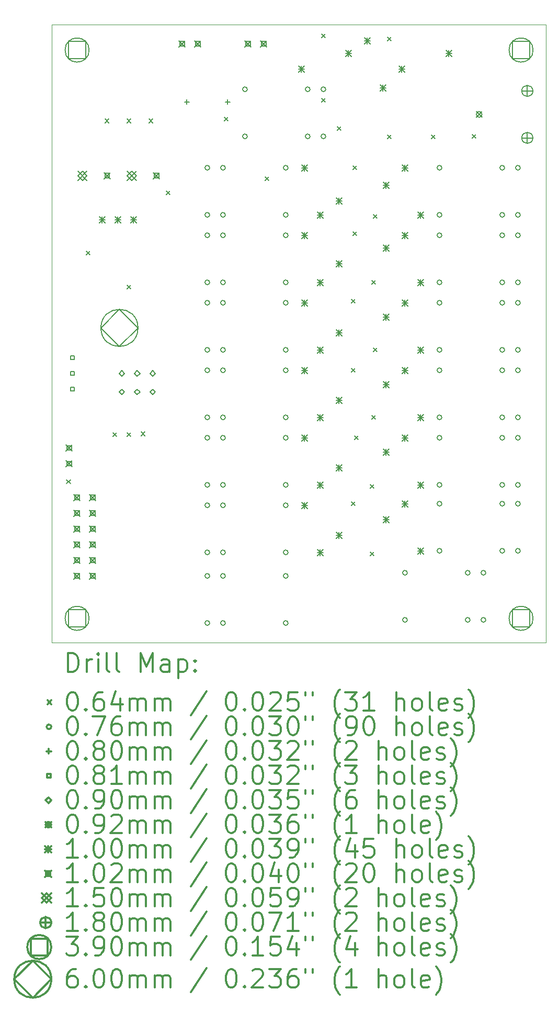
<source format=gbr>
%FSLAX45Y45*%
G04 Gerber Fmt 4.5, Leading zero omitted, Abs format (unit mm)*
G04 Created by KiCad (PCBNEW (2014-10-27 BZR 5228)-product) date 05/09/2015 11:13:07*
%MOMM*%
G01*
G04 APERTURE LIST*
%ADD10C,0.127000*%
%ADD11C,0.100000*%
%ADD12C,0.200000*%
%ADD13C,0.300000*%
G04 APERTURE END LIST*
D10*
D11*
X19500000Y-3500000D02*
X19500000Y-13500000D01*
X19500000Y-13500000D02*
X11500000Y-13500000D01*
X11500000Y-3500000D02*
X19500000Y-3500000D01*
X11500000Y-3500000D02*
X11500000Y-13500000D01*
D12*
X11741150Y-10864850D02*
X11804650Y-10928350D01*
X11804650Y-10864850D02*
X11741150Y-10928350D01*
X12058650Y-7164450D02*
X12122150Y-7227950D01*
X12122150Y-7164450D02*
X12058650Y-7227950D01*
X12363450Y-5024450D02*
X12426950Y-5087950D01*
X12426950Y-5024450D02*
X12363450Y-5087950D01*
X12490450Y-10102850D02*
X12553950Y-10166350D01*
X12553950Y-10102850D02*
X12490450Y-10166350D01*
X12719050Y-5024450D02*
X12782550Y-5087950D01*
X12782550Y-5024450D02*
X12719050Y-5087950D01*
X12719050Y-7715250D02*
X12782550Y-7778750D01*
X12782550Y-7715250D02*
X12719050Y-7778750D01*
X12719050Y-10102850D02*
X12782550Y-10166350D01*
X12782550Y-10102850D02*
X12719050Y-10166350D01*
X12947650Y-10090150D02*
X13011150Y-10153650D01*
X13011150Y-10090150D02*
X12947650Y-10153650D01*
X13074650Y-5024450D02*
X13138150Y-5087950D01*
X13138150Y-5024450D02*
X13074650Y-5087950D01*
X13354050Y-6191250D02*
X13417550Y-6254750D01*
X13417550Y-6191250D02*
X13354050Y-6254750D01*
X14293850Y-4997450D02*
X14357350Y-5060950D01*
X14357350Y-4997450D02*
X14293850Y-5060950D01*
X14954250Y-5962650D02*
X15017750Y-6026150D01*
X15017750Y-5962650D02*
X14954250Y-6026150D01*
X15868650Y-3651250D02*
X15932150Y-3714750D01*
X15932150Y-3651250D02*
X15868650Y-3714750D01*
X15868650Y-4692650D02*
X15932150Y-4756150D01*
X15932150Y-4692650D02*
X15868650Y-4756150D01*
X16122650Y-5149850D02*
X16186150Y-5213350D01*
X16186150Y-5149850D02*
X16122650Y-5213350D01*
X16351250Y-7943850D02*
X16414750Y-8007350D01*
X16414750Y-7943850D02*
X16351250Y-8007350D01*
X16351250Y-9061450D02*
X16414750Y-9124950D01*
X16414750Y-9061450D02*
X16351250Y-9124950D01*
X16351250Y-11220450D02*
X16414750Y-11283950D01*
X16414750Y-11220450D02*
X16351250Y-11283950D01*
X16376650Y-5784850D02*
X16440150Y-5848350D01*
X16440150Y-5784850D02*
X16376650Y-5848350D01*
X16376650Y-6851650D02*
X16440150Y-6915150D01*
X16440150Y-6851650D02*
X16376650Y-6915150D01*
X16402050Y-10153650D02*
X16465550Y-10217150D01*
X16465550Y-10153650D02*
X16402050Y-10217150D01*
X16656050Y-10941050D02*
X16719550Y-11004550D01*
X16719550Y-10941050D02*
X16656050Y-11004550D01*
X16656050Y-12033250D02*
X16719550Y-12096750D01*
X16719550Y-12033250D02*
X16656050Y-12096750D01*
X16681450Y-7639050D02*
X16744950Y-7702550D01*
X16744950Y-7639050D02*
X16681450Y-7702550D01*
X16681450Y-9823450D02*
X16744950Y-9886950D01*
X16744950Y-9823450D02*
X16681450Y-9886950D01*
X16706850Y-6572250D02*
X16770350Y-6635750D01*
X16770350Y-6572250D02*
X16706850Y-6635750D01*
X16706850Y-8731250D02*
X16770350Y-8794750D01*
X16770350Y-8731250D02*
X16706850Y-8794750D01*
X16935450Y-3702050D02*
X16998950Y-3765550D01*
X16998950Y-3702050D02*
X16935450Y-3765550D01*
X16935450Y-5284850D02*
X16998950Y-5348350D01*
X16998950Y-5284850D02*
X16935450Y-5348350D01*
X17646650Y-5284850D02*
X17710150Y-5348350D01*
X17710150Y-5284850D02*
X17646650Y-5348350D01*
X18307050Y-5276850D02*
X18370550Y-5340350D01*
X18370550Y-5276850D02*
X18307050Y-5340350D01*
X14058900Y-5816600D02*
G75*
G03X14058900Y-5816600I-38100J0D01*
G01*
X14058900Y-6578600D02*
G75*
G03X14058900Y-6578600I-38100J0D01*
G01*
X14058900Y-6908800D02*
G75*
G03X14058900Y-6908800I-38100J0D01*
G01*
X14058900Y-7670800D02*
G75*
G03X14058900Y-7670800I-38100J0D01*
G01*
X14058900Y-8001000D02*
G75*
G03X14058900Y-8001000I-38100J0D01*
G01*
X14058900Y-8763000D02*
G75*
G03X14058900Y-8763000I-38100J0D01*
G01*
X14058900Y-9093200D02*
G75*
G03X14058900Y-9093200I-38100J0D01*
G01*
X14058900Y-9855200D02*
G75*
G03X14058900Y-9855200I-38100J0D01*
G01*
X14058900Y-10185400D02*
G75*
G03X14058900Y-10185400I-38100J0D01*
G01*
X14058900Y-10947400D02*
G75*
G03X14058900Y-10947400I-38100J0D01*
G01*
X14058900Y-11277600D02*
G75*
G03X14058900Y-11277600I-38100J0D01*
G01*
X14058900Y-12039600D02*
G75*
G03X14058900Y-12039600I-38100J0D01*
G01*
X14058900Y-12420600D02*
G75*
G03X14058900Y-12420600I-38100J0D01*
G01*
X14058900Y-13182600D02*
G75*
G03X14058900Y-13182600I-38100J0D01*
G01*
X14312900Y-5816600D02*
G75*
G03X14312900Y-5816600I-38100J0D01*
G01*
X14312900Y-6578600D02*
G75*
G03X14312900Y-6578600I-38100J0D01*
G01*
X14312900Y-6908800D02*
G75*
G03X14312900Y-6908800I-38100J0D01*
G01*
X14312900Y-7670800D02*
G75*
G03X14312900Y-7670800I-38100J0D01*
G01*
X14312900Y-8001000D02*
G75*
G03X14312900Y-8001000I-38100J0D01*
G01*
X14312900Y-8763000D02*
G75*
G03X14312900Y-8763000I-38100J0D01*
G01*
X14312900Y-9093200D02*
G75*
G03X14312900Y-9093200I-38100J0D01*
G01*
X14312900Y-9855200D02*
G75*
G03X14312900Y-9855200I-38100J0D01*
G01*
X14312900Y-10185400D02*
G75*
G03X14312900Y-10185400I-38100J0D01*
G01*
X14312900Y-10947400D02*
G75*
G03X14312900Y-10947400I-38100J0D01*
G01*
X14312900Y-11277600D02*
G75*
G03X14312900Y-11277600I-38100J0D01*
G01*
X14312900Y-12039600D02*
G75*
G03X14312900Y-12039600I-38100J0D01*
G01*
X14312900Y-12420600D02*
G75*
G03X14312900Y-12420600I-38100J0D01*
G01*
X14312900Y-13182600D02*
G75*
G03X14312900Y-13182600I-38100J0D01*
G01*
X14668500Y-4546600D02*
G75*
G03X14668500Y-4546600I-38100J0D01*
G01*
X14668500Y-5308600D02*
G75*
G03X14668500Y-5308600I-38100J0D01*
G01*
X15328900Y-5816600D02*
G75*
G03X15328900Y-5816600I-38100J0D01*
G01*
X15328900Y-6578600D02*
G75*
G03X15328900Y-6578600I-38100J0D01*
G01*
X15328900Y-6908800D02*
G75*
G03X15328900Y-6908800I-38100J0D01*
G01*
X15328900Y-7670800D02*
G75*
G03X15328900Y-7670800I-38100J0D01*
G01*
X15328900Y-8001000D02*
G75*
G03X15328900Y-8001000I-38100J0D01*
G01*
X15328900Y-8763000D02*
G75*
G03X15328900Y-8763000I-38100J0D01*
G01*
X15328900Y-9093200D02*
G75*
G03X15328900Y-9093200I-38100J0D01*
G01*
X15328900Y-9855200D02*
G75*
G03X15328900Y-9855200I-38100J0D01*
G01*
X15328900Y-10185400D02*
G75*
G03X15328900Y-10185400I-38100J0D01*
G01*
X15328900Y-10947400D02*
G75*
G03X15328900Y-10947400I-38100J0D01*
G01*
X15328900Y-11277600D02*
G75*
G03X15328900Y-11277600I-38100J0D01*
G01*
X15328900Y-12039600D02*
G75*
G03X15328900Y-12039600I-38100J0D01*
G01*
X15328900Y-12420600D02*
G75*
G03X15328900Y-12420600I-38100J0D01*
G01*
X15328900Y-13182600D02*
G75*
G03X15328900Y-13182600I-38100J0D01*
G01*
X15684500Y-4546600D02*
G75*
G03X15684500Y-4546600I-38100J0D01*
G01*
X15684500Y-5308600D02*
G75*
G03X15684500Y-5308600I-38100J0D01*
G01*
X15938500Y-4546600D02*
G75*
G03X15938500Y-4546600I-38100J0D01*
G01*
X15938500Y-5308600D02*
G75*
G03X15938500Y-5308600I-38100J0D01*
G01*
X17259300Y-12369800D02*
G75*
G03X17259300Y-12369800I-38100J0D01*
G01*
X17259300Y-13131800D02*
G75*
G03X17259300Y-13131800I-38100J0D01*
G01*
X17818100Y-5816600D02*
G75*
G03X17818100Y-5816600I-38100J0D01*
G01*
X17818100Y-6578600D02*
G75*
G03X17818100Y-6578600I-38100J0D01*
G01*
X17818100Y-6908800D02*
G75*
G03X17818100Y-6908800I-38100J0D01*
G01*
X17818100Y-7670800D02*
G75*
G03X17818100Y-7670800I-38100J0D01*
G01*
X17818100Y-8001000D02*
G75*
G03X17818100Y-8001000I-38100J0D01*
G01*
X17818100Y-8763000D02*
G75*
G03X17818100Y-8763000I-38100J0D01*
G01*
X17818100Y-9093200D02*
G75*
G03X17818100Y-9093200I-38100J0D01*
G01*
X17818100Y-9855200D02*
G75*
G03X17818100Y-9855200I-38100J0D01*
G01*
X17818100Y-10185400D02*
G75*
G03X17818100Y-10185400I-38100J0D01*
G01*
X17818100Y-10947400D02*
G75*
G03X17818100Y-10947400I-38100J0D01*
G01*
X17818100Y-11252200D02*
G75*
G03X17818100Y-11252200I-38100J0D01*
G01*
X17818100Y-12014200D02*
G75*
G03X17818100Y-12014200I-38100J0D01*
G01*
X18275300Y-12369800D02*
G75*
G03X18275300Y-12369800I-38100J0D01*
G01*
X18275300Y-13131800D02*
G75*
G03X18275300Y-13131800I-38100J0D01*
G01*
X18529300Y-12369800D02*
G75*
G03X18529300Y-12369800I-38100J0D01*
G01*
X18529300Y-13131800D02*
G75*
G03X18529300Y-13131800I-38100J0D01*
G01*
X18834100Y-5816600D02*
G75*
G03X18834100Y-5816600I-38100J0D01*
G01*
X18834100Y-6578600D02*
G75*
G03X18834100Y-6578600I-38100J0D01*
G01*
X18834100Y-6908800D02*
G75*
G03X18834100Y-6908800I-38100J0D01*
G01*
X18834100Y-7670800D02*
G75*
G03X18834100Y-7670800I-38100J0D01*
G01*
X18834100Y-8001000D02*
G75*
G03X18834100Y-8001000I-38100J0D01*
G01*
X18834100Y-8763000D02*
G75*
G03X18834100Y-8763000I-38100J0D01*
G01*
X18834100Y-9093200D02*
G75*
G03X18834100Y-9093200I-38100J0D01*
G01*
X18834100Y-9855200D02*
G75*
G03X18834100Y-9855200I-38100J0D01*
G01*
X18834100Y-10185400D02*
G75*
G03X18834100Y-10185400I-38100J0D01*
G01*
X18834100Y-10947400D02*
G75*
G03X18834100Y-10947400I-38100J0D01*
G01*
X18834100Y-11252200D02*
G75*
G03X18834100Y-11252200I-38100J0D01*
G01*
X18834100Y-12014200D02*
G75*
G03X18834100Y-12014200I-38100J0D01*
G01*
X19088100Y-5816600D02*
G75*
G03X19088100Y-5816600I-38100J0D01*
G01*
X19088100Y-6578600D02*
G75*
G03X19088100Y-6578600I-38100J0D01*
G01*
X19088100Y-6908800D02*
G75*
G03X19088100Y-6908800I-38100J0D01*
G01*
X19088100Y-7670800D02*
G75*
G03X19088100Y-7670800I-38100J0D01*
G01*
X19088100Y-8001000D02*
G75*
G03X19088100Y-8001000I-38100J0D01*
G01*
X19088100Y-8763000D02*
G75*
G03X19088100Y-8763000I-38100J0D01*
G01*
X19088100Y-9093200D02*
G75*
G03X19088100Y-9093200I-38100J0D01*
G01*
X19088100Y-9855200D02*
G75*
G03X19088100Y-9855200I-38100J0D01*
G01*
X19088100Y-10185400D02*
G75*
G03X19088100Y-10185400I-38100J0D01*
G01*
X19088100Y-10947400D02*
G75*
G03X19088100Y-10947400I-38100J0D01*
G01*
X19088100Y-11252200D02*
G75*
G03X19088100Y-11252200I-38100J0D01*
G01*
X19088100Y-12014200D02*
G75*
G03X19088100Y-12014200I-38100J0D01*
G01*
X13690854Y-4709795D02*
X13690854Y-4789805D01*
X13650849Y-4749800D02*
X13730859Y-4749800D01*
X14350746Y-4709795D02*
X14350746Y-4789805D01*
X14310741Y-4749800D02*
X14390751Y-4749800D01*
X11865137Y-8918737D02*
X11865137Y-8861263D01*
X11807663Y-8861263D01*
X11807663Y-8918737D01*
X11865137Y-8918737D01*
X11865137Y-9172737D02*
X11865137Y-9115263D01*
X11807663Y-9115263D01*
X11807663Y-9172737D01*
X11865137Y-9172737D01*
X11865137Y-9426737D02*
X11865137Y-9369263D01*
X11807663Y-9369263D01*
X11807663Y-9426737D01*
X11865137Y-9426737D01*
X12636500Y-9189000D02*
X12681500Y-9144000D01*
X12636500Y-9099000D01*
X12591500Y-9144000D01*
X12636500Y-9189000D01*
X12636500Y-9489000D02*
X12681500Y-9444000D01*
X12636500Y-9399000D01*
X12591500Y-9444000D01*
X12636500Y-9489000D01*
X12886500Y-9189000D02*
X12931500Y-9144000D01*
X12886500Y-9099000D01*
X12841500Y-9144000D01*
X12886500Y-9189000D01*
X12886500Y-9489000D02*
X12931500Y-9444000D01*
X12886500Y-9399000D01*
X12841500Y-9444000D01*
X12886500Y-9489000D01*
X13136500Y-9189000D02*
X13181500Y-9144000D01*
X13136500Y-9099000D01*
X13091500Y-9144000D01*
X13136500Y-9189000D01*
X13136500Y-9489000D02*
X13181500Y-9444000D01*
X13136500Y-9399000D01*
X13091500Y-9444000D01*
X13136500Y-9489000D01*
X18376400Y-4907000D02*
X18468400Y-4999000D01*
X18468400Y-4907000D02*
X18376400Y-4999000D01*
X18468400Y-4953000D02*
G75*
G03X18468400Y-4953000I-46000J0D01*
G01*
X12268962Y-6604762D02*
X12369038Y-6704838D01*
X12369038Y-6604762D02*
X12268962Y-6704838D01*
X12319000Y-6604762D02*
X12319000Y-6704838D01*
X12268962Y-6654800D02*
X12369038Y-6654800D01*
X12522962Y-6604762D02*
X12623038Y-6704838D01*
X12623038Y-6604762D02*
X12522962Y-6704838D01*
X12573000Y-6604762D02*
X12573000Y-6704838D01*
X12522962Y-6654800D02*
X12623038Y-6654800D01*
X12776962Y-6604762D02*
X12877038Y-6704838D01*
X12877038Y-6604762D02*
X12776962Y-6704838D01*
X12827000Y-6604762D02*
X12827000Y-6704838D01*
X12776962Y-6654800D02*
X12877038Y-6654800D01*
X15494762Y-4166362D02*
X15594838Y-4266438D01*
X15594838Y-4166362D02*
X15494762Y-4266438D01*
X15544800Y-4166362D02*
X15544800Y-4266438D01*
X15494762Y-4216400D02*
X15594838Y-4216400D01*
X15545562Y-5766562D02*
X15645638Y-5866638D01*
X15645638Y-5766562D02*
X15545562Y-5866638D01*
X15595600Y-5766562D02*
X15595600Y-5866638D01*
X15545562Y-5816600D02*
X15645638Y-5816600D01*
X15545562Y-6858762D02*
X15645638Y-6958838D01*
X15645638Y-6858762D02*
X15545562Y-6958838D01*
X15595600Y-6858762D02*
X15595600Y-6958838D01*
X15545562Y-6908800D02*
X15645638Y-6908800D01*
X15545562Y-7950962D02*
X15645638Y-8051038D01*
X15645638Y-7950962D02*
X15545562Y-8051038D01*
X15595600Y-7950962D02*
X15595600Y-8051038D01*
X15545562Y-8001000D02*
X15645638Y-8001000D01*
X15545562Y-9043162D02*
X15645638Y-9143238D01*
X15645638Y-9043162D02*
X15545562Y-9143238D01*
X15595600Y-9043162D02*
X15595600Y-9143238D01*
X15545562Y-9093200D02*
X15645638Y-9093200D01*
X15545562Y-10135362D02*
X15645638Y-10235438D01*
X15645638Y-10135362D02*
X15545562Y-10235438D01*
X15595600Y-10135362D02*
X15595600Y-10235438D01*
X15545562Y-10185400D02*
X15645638Y-10185400D01*
X15545562Y-11227562D02*
X15645638Y-11327638D01*
X15645638Y-11227562D02*
X15545562Y-11327638D01*
X15595600Y-11227562D02*
X15595600Y-11327638D01*
X15545562Y-11277600D02*
X15645638Y-11277600D01*
X15799562Y-6528562D02*
X15899638Y-6628638D01*
X15899638Y-6528562D02*
X15799562Y-6628638D01*
X15849600Y-6528562D02*
X15849600Y-6628638D01*
X15799562Y-6578600D02*
X15899638Y-6578600D01*
X15799562Y-7620762D02*
X15899638Y-7720838D01*
X15899638Y-7620762D02*
X15799562Y-7720838D01*
X15849600Y-7620762D02*
X15849600Y-7720838D01*
X15799562Y-7670800D02*
X15899638Y-7670800D01*
X15799562Y-8712962D02*
X15899638Y-8813038D01*
X15899638Y-8712962D02*
X15799562Y-8813038D01*
X15849600Y-8712962D02*
X15849600Y-8813038D01*
X15799562Y-8763000D02*
X15899638Y-8763000D01*
X15799562Y-9805162D02*
X15899638Y-9905238D01*
X15899638Y-9805162D02*
X15799562Y-9905238D01*
X15849600Y-9805162D02*
X15849600Y-9905238D01*
X15799562Y-9855200D02*
X15899638Y-9855200D01*
X15799562Y-10897362D02*
X15899638Y-10997438D01*
X15899638Y-10897362D02*
X15799562Y-10997438D01*
X15849600Y-10897362D02*
X15849600Y-10997438D01*
X15799562Y-10947400D02*
X15899638Y-10947400D01*
X15799562Y-11989562D02*
X15899638Y-12089638D01*
X15899638Y-11989562D02*
X15799562Y-12089638D01*
X15849600Y-11989562D02*
X15849600Y-12089638D01*
X15799562Y-12039600D02*
X15899638Y-12039600D01*
X16104362Y-6299962D02*
X16204438Y-6400038D01*
X16204438Y-6299962D02*
X16104362Y-6400038D01*
X16154400Y-6299962D02*
X16154400Y-6400038D01*
X16104362Y-6350000D02*
X16204438Y-6350000D01*
X16104362Y-7315962D02*
X16204438Y-7416038D01*
X16204438Y-7315962D02*
X16104362Y-7416038D01*
X16154400Y-7315962D02*
X16154400Y-7416038D01*
X16104362Y-7366000D02*
X16204438Y-7366000D01*
X16104362Y-8433562D02*
X16204438Y-8533638D01*
X16204438Y-8433562D02*
X16104362Y-8533638D01*
X16154400Y-8433562D02*
X16154400Y-8533638D01*
X16104362Y-8483600D02*
X16204438Y-8483600D01*
X16104362Y-9525762D02*
X16204438Y-9625838D01*
X16204438Y-9525762D02*
X16104362Y-9625838D01*
X16154400Y-9525762D02*
X16154400Y-9625838D01*
X16104362Y-9575800D02*
X16204438Y-9575800D01*
X16104362Y-10617962D02*
X16204438Y-10718038D01*
X16204438Y-10617962D02*
X16104362Y-10718038D01*
X16154400Y-10617962D02*
X16154400Y-10718038D01*
X16104362Y-10668000D02*
X16204438Y-10668000D01*
X16104362Y-11710162D02*
X16204438Y-11810238D01*
X16204438Y-11710162D02*
X16104362Y-11810238D01*
X16154400Y-11710162D02*
X16154400Y-11810238D01*
X16104362Y-11760200D02*
X16204438Y-11760200D01*
X16256762Y-3912362D02*
X16356838Y-4012438D01*
X16356838Y-3912362D02*
X16256762Y-4012438D01*
X16306800Y-3912362D02*
X16306800Y-4012438D01*
X16256762Y-3962400D02*
X16356838Y-3962400D01*
X16561562Y-3709162D02*
X16661638Y-3809238D01*
X16661638Y-3709162D02*
X16561562Y-3809238D01*
X16611600Y-3709162D02*
X16611600Y-3809238D01*
X16561562Y-3759200D02*
X16661638Y-3759200D01*
X16815562Y-4471162D02*
X16915638Y-4571238D01*
X16915638Y-4471162D02*
X16815562Y-4571238D01*
X16865600Y-4471162D02*
X16865600Y-4571238D01*
X16815562Y-4521200D02*
X16915638Y-4521200D01*
X16866362Y-6045962D02*
X16966438Y-6146038D01*
X16966438Y-6045962D02*
X16866362Y-6146038D01*
X16916400Y-6045962D02*
X16916400Y-6146038D01*
X16866362Y-6096000D02*
X16966438Y-6096000D01*
X16866362Y-7061962D02*
X16966438Y-7162038D01*
X16966438Y-7061962D02*
X16866362Y-7162038D01*
X16916400Y-7061962D02*
X16916400Y-7162038D01*
X16866362Y-7112000D02*
X16966438Y-7112000D01*
X16866362Y-8179562D02*
X16966438Y-8279638D01*
X16966438Y-8179562D02*
X16866362Y-8279638D01*
X16916400Y-8179562D02*
X16916400Y-8279638D01*
X16866362Y-8229600D02*
X16966438Y-8229600D01*
X16866362Y-9271762D02*
X16966438Y-9371838D01*
X16966438Y-9271762D02*
X16866362Y-9371838D01*
X16916400Y-9271762D02*
X16916400Y-9371838D01*
X16866362Y-9321800D02*
X16966438Y-9321800D01*
X16866362Y-10363962D02*
X16966438Y-10464038D01*
X16966438Y-10363962D02*
X16866362Y-10464038D01*
X16916400Y-10363962D02*
X16916400Y-10464038D01*
X16866362Y-10414000D02*
X16966438Y-10414000D01*
X16866362Y-11456162D02*
X16966438Y-11556238D01*
X16966438Y-11456162D02*
X16866362Y-11556238D01*
X16916400Y-11456162D02*
X16916400Y-11556238D01*
X16866362Y-11506200D02*
X16966438Y-11506200D01*
X17120362Y-4166362D02*
X17220438Y-4266438D01*
X17220438Y-4166362D02*
X17120362Y-4266438D01*
X17170400Y-4166362D02*
X17170400Y-4266438D01*
X17120362Y-4216400D02*
X17220438Y-4216400D01*
X17171162Y-5766562D02*
X17271238Y-5866638D01*
X17271238Y-5766562D02*
X17171162Y-5866638D01*
X17221200Y-5766562D02*
X17221200Y-5866638D01*
X17171162Y-5816600D02*
X17271238Y-5816600D01*
X17171162Y-6858762D02*
X17271238Y-6958838D01*
X17271238Y-6858762D02*
X17171162Y-6958838D01*
X17221200Y-6858762D02*
X17221200Y-6958838D01*
X17171162Y-6908800D02*
X17271238Y-6908800D01*
X17171162Y-7950962D02*
X17271238Y-8051038D01*
X17271238Y-7950962D02*
X17171162Y-8051038D01*
X17221200Y-7950962D02*
X17221200Y-8051038D01*
X17171162Y-8001000D02*
X17271238Y-8001000D01*
X17171162Y-9043162D02*
X17271238Y-9143238D01*
X17271238Y-9043162D02*
X17171162Y-9143238D01*
X17221200Y-9043162D02*
X17221200Y-9143238D01*
X17171162Y-9093200D02*
X17271238Y-9093200D01*
X17171162Y-10135362D02*
X17271238Y-10235438D01*
X17271238Y-10135362D02*
X17171162Y-10235438D01*
X17221200Y-10135362D02*
X17221200Y-10235438D01*
X17171162Y-10185400D02*
X17271238Y-10185400D01*
X17171162Y-11202162D02*
X17271238Y-11302238D01*
X17271238Y-11202162D02*
X17171162Y-11302238D01*
X17221200Y-11202162D02*
X17221200Y-11302238D01*
X17171162Y-11252200D02*
X17271238Y-11252200D01*
X17425162Y-6528562D02*
X17525238Y-6628638D01*
X17525238Y-6528562D02*
X17425162Y-6628638D01*
X17475200Y-6528562D02*
X17475200Y-6628638D01*
X17425162Y-6578600D02*
X17525238Y-6578600D01*
X17425162Y-7620762D02*
X17525238Y-7720838D01*
X17525238Y-7620762D02*
X17425162Y-7720838D01*
X17475200Y-7620762D02*
X17475200Y-7720838D01*
X17425162Y-7670800D02*
X17525238Y-7670800D01*
X17425162Y-8712962D02*
X17525238Y-8813038D01*
X17525238Y-8712962D02*
X17425162Y-8813038D01*
X17475200Y-8712962D02*
X17475200Y-8813038D01*
X17425162Y-8763000D02*
X17525238Y-8763000D01*
X17425162Y-9805162D02*
X17525238Y-9905238D01*
X17525238Y-9805162D02*
X17425162Y-9905238D01*
X17475200Y-9805162D02*
X17475200Y-9905238D01*
X17425162Y-9855200D02*
X17525238Y-9855200D01*
X17425162Y-10897362D02*
X17525238Y-10997438D01*
X17525238Y-10897362D02*
X17425162Y-10997438D01*
X17475200Y-10897362D02*
X17475200Y-10997438D01*
X17425162Y-10947400D02*
X17525238Y-10947400D01*
X17425162Y-11964162D02*
X17525238Y-12064238D01*
X17525238Y-11964162D02*
X17425162Y-12064238D01*
X17475200Y-11964162D02*
X17475200Y-12064238D01*
X17425162Y-12014200D02*
X17525238Y-12014200D01*
X17882362Y-3912362D02*
X17982438Y-4012438D01*
X17982438Y-3912362D02*
X17882362Y-4012438D01*
X17932400Y-3912362D02*
X17932400Y-4012438D01*
X17882362Y-3962400D02*
X17982438Y-3962400D01*
X11734800Y-10299700D02*
X11836400Y-10401300D01*
X11836400Y-10299700D02*
X11734800Y-10401300D01*
X11821521Y-10386421D02*
X11821521Y-10314579D01*
X11749679Y-10314579D01*
X11749679Y-10386421D01*
X11821521Y-10386421D01*
X11734800Y-10553700D02*
X11836400Y-10655300D01*
X11836400Y-10553700D02*
X11734800Y-10655300D01*
X11821521Y-10640421D02*
X11821521Y-10568579D01*
X11749679Y-10568579D01*
X11749679Y-10640421D01*
X11821521Y-10640421D01*
X11861800Y-11099800D02*
X11963400Y-11201400D01*
X11963400Y-11099800D02*
X11861800Y-11201400D01*
X11948521Y-11186521D02*
X11948521Y-11114679D01*
X11876679Y-11114679D01*
X11876679Y-11186521D01*
X11948521Y-11186521D01*
X11861800Y-11353800D02*
X11963400Y-11455400D01*
X11963400Y-11353800D02*
X11861800Y-11455400D01*
X11948521Y-11440521D02*
X11948521Y-11368679D01*
X11876679Y-11368679D01*
X11876679Y-11440521D01*
X11948521Y-11440521D01*
X11861800Y-11607800D02*
X11963400Y-11709400D01*
X11963400Y-11607800D02*
X11861800Y-11709400D01*
X11948521Y-11694521D02*
X11948521Y-11622679D01*
X11876679Y-11622679D01*
X11876679Y-11694521D01*
X11948521Y-11694521D01*
X11861800Y-11861800D02*
X11963400Y-11963400D01*
X11963400Y-11861800D02*
X11861800Y-11963400D01*
X11948521Y-11948521D02*
X11948521Y-11876679D01*
X11876679Y-11876679D01*
X11876679Y-11948521D01*
X11948521Y-11948521D01*
X11861800Y-12115800D02*
X11963400Y-12217400D01*
X11963400Y-12115800D02*
X11861800Y-12217400D01*
X11948521Y-12202521D02*
X11948521Y-12130679D01*
X11876679Y-12130679D01*
X11876679Y-12202521D01*
X11948521Y-12202521D01*
X11861800Y-12369800D02*
X11963400Y-12471400D01*
X11963400Y-12369800D02*
X11861800Y-12471400D01*
X11948521Y-12456521D02*
X11948521Y-12384679D01*
X11876679Y-12384679D01*
X11876679Y-12456521D01*
X11948521Y-12456521D01*
X12115800Y-11099800D02*
X12217400Y-11201400D01*
X12217400Y-11099800D02*
X12115800Y-11201400D01*
X12202521Y-11186521D02*
X12202521Y-11114679D01*
X12130679Y-11114679D01*
X12130679Y-11186521D01*
X12202521Y-11186521D01*
X12115800Y-11353800D02*
X12217400Y-11455400D01*
X12217400Y-11353800D02*
X12115800Y-11455400D01*
X12202521Y-11440521D02*
X12202521Y-11368679D01*
X12130679Y-11368679D01*
X12130679Y-11440521D01*
X12202521Y-11440521D01*
X12115800Y-11607800D02*
X12217400Y-11709400D01*
X12217400Y-11607800D02*
X12115800Y-11709400D01*
X12202521Y-11694521D02*
X12202521Y-11622679D01*
X12130679Y-11622679D01*
X12130679Y-11694521D01*
X12202521Y-11694521D01*
X12115800Y-11861800D02*
X12217400Y-11963400D01*
X12217400Y-11861800D02*
X12115800Y-11963400D01*
X12202521Y-11948521D02*
X12202521Y-11876679D01*
X12130679Y-11876679D01*
X12130679Y-11948521D01*
X12202521Y-11948521D01*
X12115800Y-12115800D02*
X12217400Y-12217400D01*
X12217400Y-12115800D02*
X12115800Y-12217400D01*
X12202521Y-12202521D02*
X12202521Y-12130679D01*
X12130679Y-12130679D01*
X12130679Y-12202521D01*
X12202521Y-12202521D01*
X12115800Y-12369800D02*
X12217400Y-12471400D01*
X12217400Y-12369800D02*
X12115800Y-12471400D01*
X12202521Y-12456521D02*
X12202521Y-12384679D01*
X12130679Y-12384679D01*
X12130679Y-12456521D01*
X12202521Y-12456521D01*
X12347600Y-5892800D02*
X12449200Y-5994400D01*
X12449200Y-5892800D02*
X12347600Y-5994400D01*
X12434321Y-5979521D02*
X12434321Y-5907679D01*
X12362479Y-5907679D01*
X12362479Y-5979521D01*
X12434321Y-5979521D01*
X13147600Y-5892800D02*
X13249200Y-5994400D01*
X13249200Y-5892800D02*
X13147600Y-5994400D01*
X13234321Y-5979521D02*
X13234321Y-5907679D01*
X13162479Y-5907679D01*
X13162479Y-5979521D01*
X13234321Y-5979521D01*
X13563600Y-3759200D02*
X13665200Y-3860800D01*
X13665200Y-3759200D02*
X13563600Y-3860800D01*
X13650321Y-3845921D02*
X13650321Y-3774079D01*
X13578479Y-3774079D01*
X13578479Y-3845921D01*
X13650321Y-3845921D01*
X13817600Y-3759200D02*
X13919200Y-3860800D01*
X13919200Y-3759200D02*
X13817600Y-3860800D01*
X13904321Y-3845921D02*
X13904321Y-3774079D01*
X13832479Y-3774079D01*
X13832479Y-3845921D01*
X13904321Y-3845921D01*
X14630400Y-3759200D02*
X14732000Y-3860800D01*
X14732000Y-3759200D02*
X14630400Y-3860800D01*
X14717121Y-3845921D02*
X14717121Y-3774079D01*
X14645279Y-3774079D01*
X14645279Y-3845921D01*
X14717121Y-3845921D01*
X14884400Y-3759200D02*
X14986000Y-3860800D01*
X14986000Y-3759200D02*
X14884400Y-3860800D01*
X14971121Y-3845921D02*
X14971121Y-3774079D01*
X14899279Y-3774079D01*
X14899279Y-3845921D01*
X14971121Y-3845921D01*
X11923400Y-5868600D02*
X12073400Y-6018600D01*
X12073400Y-5868600D02*
X11923400Y-6018600D01*
X11998400Y-6018600D02*
X12073400Y-5943600D01*
X11998400Y-5868600D01*
X11923400Y-5943600D01*
X11998400Y-6018600D01*
X12723400Y-5868600D02*
X12873400Y-6018600D01*
X12873400Y-5868600D02*
X12723400Y-6018600D01*
X12798400Y-6018600D02*
X12873400Y-5943600D01*
X12798400Y-5868600D01*
X12723400Y-5943600D01*
X12798400Y-6018600D01*
X19202400Y-4483000D02*
X19202400Y-4663000D01*
X19112400Y-4573000D02*
X19292400Y-4573000D01*
X19292400Y-4573000D02*
G75*
G03X19292400Y-4573000I-90000J0D01*
G01*
X19202400Y-5243000D02*
X19202400Y-5423000D01*
X19112400Y-5333000D02*
X19292400Y-5333000D01*
X19292400Y-5333000D02*
G75*
G03X19292400Y-5333000I-90000J0D01*
G01*
X12050487Y-4049487D02*
X12050487Y-3773713D01*
X11774713Y-3773713D01*
X11774713Y-4049487D01*
X12050487Y-4049487D01*
X12107600Y-3911600D02*
G75*
G03X12107600Y-3911600I-195000J0D01*
G01*
X12050487Y-13244287D02*
X12050487Y-12968513D01*
X11774713Y-12968513D01*
X11774713Y-13244287D01*
X12050487Y-13244287D01*
X12107600Y-13106400D02*
G75*
G03X12107600Y-13106400I-195000J0D01*
G01*
X19238687Y-4049487D02*
X19238687Y-3773713D01*
X18962913Y-3773713D01*
X18962913Y-4049487D01*
X19238687Y-4049487D01*
X19295800Y-3911600D02*
G75*
G03X19295800Y-3911600I-195000J0D01*
G01*
X19238687Y-13244287D02*
X19238687Y-12968513D01*
X18962913Y-12968513D01*
X18962913Y-13244287D01*
X19238687Y-13244287D01*
X19295800Y-13106400D02*
G75*
G03X19295800Y-13106400I-195000J0D01*
G01*
X12598400Y-8707374D02*
X12898374Y-8407400D01*
X12598400Y-8107426D01*
X12298426Y-8407400D01*
X12598400Y-8707374D01*
X12898374Y-8407400D02*
G75*
G03X12898374Y-8407400I-299974J0D01*
G01*
D13*
X11766428Y-13970714D02*
X11766428Y-13670714D01*
X11837857Y-13670714D01*
X11880714Y-13685000D01*
X11909286Y-13713571D01*
X11923571Y-13742143D01*
X11937857Y-13799286D01*
X11937857Y-13842143D01*
X11923571Y-13899286D01*
X11909286Y-13927857D01*
X11880714Y-13956429D01*
X11837857Y-13970714D01*
X11766428Y-13970714D01*
X12066428Y-13970714D02*
X12066428Y-13770714D01*
X12066428Y-13827857D02*
X12080714Y-13799286D01*
X12095000Y-13785000D01*
X12123571Y-13770714D01*
X12152143Y-13770714D01*
X12252143Y-13970714D02*
X12252143Y-13770714D01*
X12252143Y-13670714D02*
X12237857Y-13685000D01*
X12252143Y-13699286D01*
X12266428Y-13685000D01*
X12252143Y-13670714D01*
X12252143Y-13699286D01*
X12437857Y-13970714D02*
X12409286Y-13956429D01*
X12395000Y-13927857D01*
X12395000Y-13670714D01*
X12595000Y-13970714D02*
X12566428Y-13956429D01*
X12552143Y-13927857D01*
X12552143Y-13670714D01*
X12937857Y-13970714D02*
X12937857Y-13670714D01*
X13037857Y-13885000D01*
X13137857Y-13670714D01*
X13137857Y-13970714D01*
X13409286Y-13970714D02*
X13409286Y-13813571D01*
X13395000Y-13785000D01*
X13366428Y-13770714D01*
X13309286Y-13770714D01*
X13280714Y-13785000D01*
X13409286Y-13956429D02*
X13380714Y-13970714D01*
X13309286Y-13970714D01*
X13280714Y-13956429D01*
X13266428Y-13927857D01*
X13266428Y-13899286D01*
X13280714Y-13870714D01*
X13309286Y-13856429D01*
X13380714Y-13856429D01*
X13409286Y-13842143D01*
X13552143Y-13770714D02*
X13552143Y-14070714D01*
X13552143Y-13785000D02*
X13580714Y-13770714D01*
X13637857Y-13770714D01*
X13666428Y-13785000D01*
X13680714Y-13799286D01*
X13695000Y-13827857D01*
X13695000Y-13913571D01*
X13680714Y-13942143D01*
X13666428Y-13956429D01*
X13637857Y-13970714D01*
X13580714Y-13970714D01*
X13552143Y-13956429D01*
X13823571Y-13942143D02*
X13837857Y-13956429D01*
X13823571Y-13970714D01*
X13809286Y-13956429D01*
X13823571Y-13942143D01*
X13823571Y-13970714D01*
X13823571Y-13785000D02*
X13837857Y-13799286D01*
X13823571Y-13813571D01*
X13809286Y-13799286D01*
X13823571Y-13785000D01*
X13823571Y-13813571D01*
X11431500Y-14433250D02*
X11495000Y-14496750D01*
X11495000Y-14433250D02*
X11431500Y-14496750D01*
X11823571Y-14300714D02*
X11852143Y-14300714D01*
X11880714Y-14315000D01*
X11895000Y-14329286D01*
X11909286Y-14357857D01*
X11923571Y-14415000D01*
X11923571Y-14486429D01*
X11909286Y-14543571D01*
X11895000Y-14572143D01*
X11880714Y-14586429D01*
X11852143Y-14600714D01*
X11823571Y-14600714D01*
X11795000Y-14586429D01*
X11780714Y-14572143D01*
X11766428Y-14543571D01*
X11752143Y-14486429D01*
X11752143Y-14415000D01*
X11766428Y-14357857D01*
X11780714Y-14329286D01*
X11795000Y-14315000D01*
X11823571Y-14300714D01*
X12052143Y-14572143D02*
X12066428Y-14586429D01*
X12052143Y-14600714D01*
X12037857Y-14586429D01*
X12052143Y-14572143D01*
X12052143Y-14600714D01*
X12323571Y-14300714D02*
X12266428Y-14300714D01*
X12237857Y-14315000D01*
X12223571Y-14329286D01*
X12195000Y-14372143D01*
X12180714Y-14429286D01*
X12180714Y-14543571D01*
X12195000Y-14572143D01*
X12209286Y-14586429D01*
X12237857Y-14600714D01*
X12295000Y-14600714D01*
X12323571Y-14586429D01*
X12337857Y-14572143D01*
X12352143Y-14543571D01*
X12352143Y-14472143D01*
X12337857Y-14443571D01*
X12323571Y-14429286D01*
X12295000Y-14415000D01*
X12237857Y-14415000D01*
X12209286Y-14429286D01*
X12195000Y-14443571D01*
X12180714Y-14472143D01*
X12609286Y-14400714D02*
X12609286Y-14600714D01*
X12537857Y-14286429D02*
X12466428Y-14500714D01*
X12652143Y-14500714D01*
X12766428Y-14600714D02*
X12766428Y-14400714D01*
X12766428Y-14429286D02*
X12780714Y-14415000D01*
X12809286Y-14400714D01*
X12852143Y-14400714D01*
X12880714Y-14415000D01*
X12895000Y-14443571D01*
X12895000Y-14600714D01*
X12895000Y-14443571D02*
X12909286Y-14415000D01*
X12937857Y-14400714D01*
X12980714Y-14400714D01*
X13009286Y-14415000D01*
X13023571Y-14443571D01*
X13023571Y-14600714D01*
X13166428Y-14600714D02*
X13166428Y-14400714D01*
X13166428Y-14429286D02*
X13180714Y-14415000D01*
X13209286Y-14400714D01*
X13252143Y-14400714D01*
X13280714Y-14415000D01*
X13295000Y-14443571D01*
X13295000Y-14600714D01*
X13295000Y-14443571D02*
X13309286Y-14415000D01*
X13337857Y-14400714D01*
X13380714Y-14400714D01*
X13409286Y-14415000D01*
X13423571Y-14443571D01*
X13423571Y-14600714D01*
X14009286Y-14286429D02*
X13752143Y-14672143D01*
X14395000Y-14300714D02*
X14423571Y-14300714D01*
X14452143Y-14315000D01*
X14466428Y-14329286D01*
X14480714Y-14357857D01*
X14495000Y-14415000D01*
X14495000Y-14486429D01*
X14480714Y-14543571D01*
X14466428Y-14572143D01*
X14452143Y-14586429D01*
X14423571Y-14600714D01*
X14395000Y-14600714D01*
X14366428Y-14586429D01*
X14352143Y-14572143D01*
X14337857Y-14543571D01*
X14323571Y-14486429D01*
X14323571Y-14415000D01*
X14337857Y-14357857D01*
X14352143Y-14329286D01*
X14366428Y-14315000D01*
X14395000Y-14300714D01*
X14623571Y-14572143D02*
X14637857Y-14586429D01*
X14623571Y-14600714D01*
X14609286Y-14586429D01*
X14623571Y-14572143D01*
X14623571Y-14600714D01*
X14823571Y-14300714D02*
X14852143Y-14300714D01*
X14880714Y-14315000D01*
X14895000Y-14329286D01*
X14909285Y-14357857D01*
X14923571Y-14415000D01*
X14923571Y-14486429D01*
X14909285Y-14543571D01*
X14895000Y-14572143D01*
X14880714Y-14586429D01*
X14852143Y-14600714D01*
X14823571Y-14600714D01*
X14795000Y-14586429D01*
X14780714Y-14572143D01*
X14766428Y-14543571D01*
X14752143Y-14486429D01*
X14752143Y-14415000D01*
X14766428Y-14357857D01*
X14780714Y-14329286D01*
X14795000Y-14315000D01*
X14823571Y-14300714D01*
X15037857Y-14329286D02*
X15052143Y-14315000D01*
X15080714Y-14300714D01*
X15152143Y-14300714D01*
X15180714Y-14315000D01*
X15195000Y-14329286D01*
X15209285Y-14357857D01*
X15209285Y-14386429D01*
X15195000Y-14429286D01*
X15023571Y-14600714D01*
X15209285Y-14600714D01*
X15480714Y-14300714D02*
X15337857Y-14300714D01*
X15323571Y-14443571D01*
X15337857Y-14429286D01*
X15366428Y-14415000D01*
X15437857Y-14415000D01*
X15466428Y-14429286D01*
X15480714Y-14443571D01*
X15495000Y-14472143D01*
X15495000Y-14543571D01*
X15480714Y-14572143D01*
X15466428Y-14586429D01*
X15437857Y-14600714D01*
X15366428Y-14600714D01*
X15337857Y-14586429D01*
X15323571Y-14572143D01*
X15609286Y-14300714D02*
X15609286Y-14357857D01*
X15723571Y-14300714D02*
X15723571Y-14357857D01*
X16166428Y-14715000D02*
X16152143Y-14700714D01*
X16123571Y-14657857D01*
X16109285Y-14629286D01*
X16095000Y-14586429D01*
X16080714Y-14515000D01*
X16080714Y-14457857D01*
X16095000Y-14386429D01*
X16109285Y-14343571D01*
X16123571Y-14315000D01*
X16152143Y-14272143D01*
X16166428Y-14257857D01*
X16252143Y-14300714D02*
X16437857Y-14300714D01*
X16337857Y-14415000D01*
X16380714Y-14415000D01*
X16409285Y-14429286D01*
X16423571Y-14443571D01*
X16437857Y-14472143D01*
X16437857Y-14543571D01*
X16423571Y-14572143D01*
X16409285Y-14586429D01*
X16380714Y-14600714D01*
X16295000Y-14600714D01*
X16266428Y-14586429D01*
X16252143Y-14572143D01*
X16723571Y-14600714D02*
X16552143Y-14600714D01*
X16637857Y-14600714D02*
X16637857Y-14300714D01*
X16609285Y-14343571D01*
X16580714Y-14372143D01*
X16552143Y-14386429D01*
X17080714Y-14600714D02*
X17080714Y-14300714D01*
X17209286Y-14600714D02*
X17209286Y-14443571D01*
X17195000Y-14415000D01*
X17166428Y-14400714D01*
X17123571Y-14400714D01*
X17095000Y-14415000D01*
X17080714Y-14429286D01*
X17395000Y-14600714D02*
X17366428Y-14586429D01*
X17352143Y-14572143D01*
X17337857Y-14543571D01*
X17337857Y-14457857D01*
X17352143Y-14429286D01*
X17366428Y-14415000D01*
X17395000Y-14400714D01*
X17437857Y-14400714D01*
X17466428Y-14415000D01*
X17480714Y-14429286D01*
X17495000Y-14457857D01*
X17495000Y-14543571D01*
X17480714Y-14572143D01*
X17466428Y-14586429D01*
X17437857Y-14600714D01*
X17395000Y-14600714D01*
X17666428Y-14600714D02*
X17637857Y-14586429D01*
X17623571Y-14557857D01*
X17623571Y-14300714D01*
X17895000Y-14586429D02*
X17866429Y-14600714D01*
X17809286Y-14600714D01*
X17780714Y-14586429D01*
X17766429Y-14557857D01*
X17766429Y-14443571D01*
X17780714Y-14415000D01*
X17809286Y-14400714D01*
X17866429Y-14400714D01*
X17895000Y-14415000D01*
X17909286Y-14443571D01*
X17909286Y-14472143D01*
X17766429Y-14500714D01*
X18023571Y-14586429D02*
X18052143Y-14600714D01*
X18109286Y-14600714D01*
X18137857Y-14586429D01*
X18152143Y-14557857D01*
X18152143Y-14543571D01*
X18137857Y-14515000D01*
X18109286Y-14500714D01*
X18066429Y-14500714D01*
X18037857Y-14486429D01*
X18023571Y-14457857D01*
X18023571Y-14443571D01*
X18037857Y-14415000D01*
X18066429Y-14400714D01*
X18109286Y-14400714D01*
X18137857Y-14415000D01*
X18252143Y-14715000D02*
X18266429Y-14700714D01*
X18295000Y-14657857D01*
X18309286Y-14629286D01*
X18323571Y-14586429D01*
X18337857Y-14515000D01*
X18337857Y-14457857D01*
X18323571Y-14386429D01*
X18309286Y-14343571D01*
X18295000Y-14315000D01*
X18266429Y-14272143D01*
X18252143Y-14257857D01*
X11495000Y-14861000D02*
G75*
G03X11495000Y-14861000I-38100J0D01*
G01*
X11823571Y-14696714D02*
X11852143Y-14696714D01*
X11880714Y-14711000D01*
X11895000Y-14725286D01*
X11909286Y-14753857D01*
X11923571Y-14811000D01*
X11923571Y-14882429D01*
X11909286Y-14939571D01*
X11895000Y-14968143D01*
X11880714Y-14982429D01*
X11852143Y-14996714D01*
X11823571Y-14996714D01*
X11795000Y-14982429D01*
X11780714Y-14968143D01*
X11766428Y-14939571D01*
X11752143Y-14882429D01*
X11752143Y-14811000D01*
X11766428Y-14753857D01*
X11780714Y-14725286D01*
X11795000Y-14711000D01*
X11823571Y-14696714D01*
X12052143Y-14968143D02*
X12066428Y-14982429D01*
X12052143Y-14996714D01*
X12037857Y-14982429D01*
X12052143Y-14968143D01*
X12052143Y-14996714D01*
X12166428Y-14696714D02*
X12366428Y-14696714D01*
X12237857Y-14996714D01*
X12609286Y-14696714D02*
X12552143Y-14696714D01*
X12523571Y-14711000D01*
X12509286Y-14725286D01*
X12480714Y-14768143D01*
X12466428Y-14825286D01*
X12466428Y-14939571D01*
X12480714Y-14968143D01*
X12495000Y-14982429D01*
X12523571Y-14996714D01*
X12580714Y-14996714D01*
X12609286Y-14982429D01*
X12623571Y-14968143D01*
X12637857Y-14939571D01*
X12637857Y-14868143D01*
X12623571Y-14839571D01*
X12609286Y-14825286D01*
X12580714Y-14811000D01*
X12523571Y-14811000D01*
X12495000Y-14825286D01*
X12480714Y-14839571D01*
X12466428Y-14868143D01*
X12766428Y-14996714D02*
X12766428Y-14796714D01*
X12766428Y-14825286D02*
X12780714Y-14811000D01*
X12809286Y-14796714D01*
X12852143Y-14796714D01*
X12880714Y-14811000D01*
X12895000Y-14839571D01*
X12895000Y-14996714D01*
X12895000Y-14839571D02*
X12909286Y-14811000D01*
X12937857Y-14796714D01*
X12980714Y-14796714D01*
X13009286Y-14811000D01*
X13023571Y-14839571D01*
X13023571Y-14996714D01*
X13166428Y-14996714D02*
X13166428Y-14796714D01*
X13166428Y-14825286D02*
X13180714Y-14811000D01*
X13209286Y-14796714D01*
X13252143Y-14796714D01*
X13280714Y-14811000D01*
X13295000Y-14839571D01*
X13295000Y-14996714D01*
X13295000Y-14839571D02*
X13309286Y-14811000D01*
X13337857Y-14796714D01*
X13380714Y-14796714D01*
X13409286Y-14811000D01*
X13423571Y-14839571D01*
X13423571Y-14996714D01*
X14009286Y-14682429D02*
X13752143Y-15068143D01*
X14395000Y-14696714D02*
X14423571Y-14696714D01*
X14452143Y-14711000D01*
X14466428Y-14725286D01*
X14480714Y-14753857D01*
X14495000Y-14811000D01*
X14495000Y-14882429D01*
X14480714Y-14939571D01*
X14466428Y-14968143D01*
X14452143Y-14982429D01*
X14423571Y-14996714D01*
X14395000Y-14996714D01*
X14366428Y-14982429D01*
X14352143Y-14968143D01*
X14337857Y-14939571D01*
X14323571Y-14882429D01*
X14323571Y-14811000D01*
X14337857Y-14753857D01*
X14352143Y-14725286D01*
X14366428Y-14711000D01*
X14395000Y-14696714D01*
X14623571Y-14968143D02*
X14637857Y-14982429D01*
X14623571Y-14996714D01*
X14609286Y-14982429D01*
X14623571Y-14968143D01*
X14623571Y-14996714D01*
X14823571Y-14696714D02*
X14852143Y-14696714D01*
X14880714Y-14711000D01*
X14895000Y-14725286D01*
X14909285Y-14753857D01*
X14923571Y-14811000D01*
X14923571Y-14882429D01*
X14909285Y-14939571D01*
X14895000Y-14968143D01*
X14880714Y-14982429D01*
X14852143Y-14996714D01*
X14823571Y-14996714D01*
X14795000Y-14982429D01*
X14780714Y-14968143D01*
X14766428Y-14939571D01*
X14752143Y-14882429D01*
X14752143Y-14811000D01*
X14766428Y-14753857D01*
X14780714Y-14725286D01*
X14795000Y-14711000D01*
X14823571Y-14696714D01*
X15023571Y-14696714D02*
X15209285Y-14696714D01*
X15109285Y-14811000D01*
X15152143Y-14811000D01*
X15180714Y-14825286D01*
X15195000Y-14839571D01*
X15209285Y-14868143D01*
X15209285Y-14939571D01*
X15195000Y-14968143D01*
X15180714Y-14982429D01*
X15152143Y-14996714D01*
X15066428Y-14996714D01*
X15037857Y-14982429D01*
X15023571Y-14968143D01*
X15395000Y-14696714D02*
X15423571Y-14696714D01*
X15452143Y-14711000D01*
X15466428Y-14725286D01*
X15480714Y-14753857D01*
X15495000Y-14811000D01*
X15495000Y-14882429D01*
X15480714Y-14939571D01*
X15466428Y-14968143D01*
X15452143Y-14982429D01*
X15423571Y-14996714D01*
X15395000Y-14996714D01*
X15366428Y-14982429D01*
X15352143Y-14968143D01*
X15337857Y-14939571D01*
X15323571Y-14882429D01*
X15323571Y-14811000D01*
X15337857Y-14753857D01*
X15352143Y-14725286D01*
X15366428Y-14711000D01*
X15395000Y-14696714D01*
X15609286Y-14696714D02*
X15609286Y-14753857D01*
X15723571Y-14696714D02*
X15723571Y-14753857D01*
X16166428Y-15111000D02*
X16152143Y-15096714D01*
X16123571Y-15053857D01*
X16109285Y-15025286D01*
X16095000Y-14982429D01*
X16080714Y-14911000D01*
X16080714Y-14853857D01*
X16095000Y-14782429D01*
X16109285Y-14739571D01*
X16123571Y-14711000D01*
X16152143Y-14668143D01*
X16166428Y-14653857D01*
X16295000Y-14996714D02*
X16352143Y-14996714D01*
X16380714Y-14982429D01*
X16395000Y-14968143D01*
X16423571Y-14925286D01*
X16437857Y-14868143D01*
X16437857Y-14753857D01*
X16423571Y-14725286D01*
X16409285Y-14711000D01*
X16380714Y-14696714D01*
X16323571Y-14696714D01*
X16295000Y-14711000D01*
X16280714Y-14725286D01*
X16266428Y-14753857D01*
X16266428Y-14825286D01*
X16280714Y-14853857D01*
X16295000Y-14868143D01*
X16323571Y-14882429D01*
X16380714Y-14882429D01*
X16409285Y-14868143D01*
X16423571Y-14853857D01*
X16437857Y-14825286D01*
X16623571Y-14696714D02*
X16652143Y-14696714D01*
X16680714Y-14711000D01*
X16695000Y-14725286D01*
X16709285Y-14753857D01*
X16723571Y-14811000D01*
X16723571Y-14882429D01*
X16709285Y-14939571D01*
X16695000Y-14968143D01*
X16680714Y-14982429D01*
X16652143Y-14996714D01*
X16623571Y-14996714D01*
X16595000Y-14982429D01*
X16580714Y-14968143D01*
X16566428Y-14939571D01*
X16552143Y-14882429D01*
X16552143Y-14811000D01*
X16566428Y-14753857D01*
X16580714Y-14725286D01*
X16595000Y-14711000D01*
X16623571Y-14696714D01*
X17080714Y-14996714D02*
X17080714Y-14696714D01*
X17209286Y-14996714D02*
X17209286Y-14839571D01*
X17195000Y-14811000D01*
X17166428Y-14796714D01*
X17123571Y-14796714D01*
X17095000Y-14811000D01*
X17080714Y-14825286D01*
X17395000Y-14996714D02*
X17366428Y-14982429D01*
X17352143Y-14968143D01*
X17337857Y-14939571D01*
X17337857Y-14853857D01*
X17352143Y-14825286D01*
X17366428Y-14811000D01*
X17395000Y-14796714D01*
X17437857Y-14796714D01*
X17466428Y-14811000D01*
X17480714Y-14825286D01*
X17495000Y-14853857D01*
X17495000Y-14939571D01*
X17480714Y-14968143D01*
X17466428Y-14982429D01*
X17437857Y-14996714D01*
X17395000Y-14996714D01*
X17666428Y-14996714D02*
X17637857Y-14982429D01*
X17623571Y-14953857D01*
X17623571Y-14696714D01*
X17895000Y-14982429D02*
X17866429Y-14996714D01*
X17809286Y-14996714D01*
X17780714Y-14982429D01*
X17766429Y-14953857D01*
X17766429Y-14839571D01*
X17780714Y-14811000D01*
X17809286Y-14796714D01*
X17866429Y-14796714D01*
X17895000Y-14811000D01*
X17909286Y-14839571D01*
X17909286Y-14868143D01*
X17766429Y-14896714D01*
X18023571Y-14982429D02*
X18052143Y-14996714D01*
X18109286Y-14996714D01*
X18137857Y-14982429D01*
X18152143Y-14953857D01*
X18152143Y-14939571D01*
X18137857Y-14911000D01*
X18109286Y-14896714D01*
X18066429Y-14896714D01*
X18037857Y-14882429D01*
X18023571Y-14853857D01*
X18023571Y-14839571D01*
X18037857Y-14811000D01*
X18066429Y-14796714D01*
X18109286Y-14796714D01*
X18137857Y-14811000D01*
X18252143Y-15111000D02*
X18266429Y-15096714D01*
X18295000Y-15053857D01*
X18309286Y-15025286D01*
X18323571Y-14982429D01*
X18337857Y-14911000D01*
X18337857Y-14853857D01*
X18323571Y-14782429D01*
X18309286Y-14739571D01*
X18295000Y-14711000D01*
X18266429Y-14668143D01*
X18252143Y-14653857D01*
X11454995Y-15216995D02*
X11454995Y-15297005D01*
X11414990Y-15257000D02*
X11495000Y-15257000D01*
X11823571Y-15092714D02*
X11852143Y-15092714D01*
X11880714Y-15107000D01*
X11895000Y-15121286D01*
X11909286Y-15149857D01*
X11923571Y-15207000D01*
X11923571Y-15278429D01*
X11909286Y-15335571D01*
X11895000Y-15364143D01*
X11880714Y-15378429D01*
X11852143Y-15392714D01*
X11823571Y-15392714D01*
X11795000Y-15378429D01*
X11780714Y-15364143D01*
X11766428Y-15335571D01*
X11752143Y-15278429D01*
X11752143Y-15207000D01*
X11766428Y-15149857D01*
X11780714Y-15121286D01*
X11795000Y-15107000D01*
X11823571Y-15092714D01*
X12052143Y-15364143D02*
X12066428Y-15378429D01*
X12052143Y-15392714D01*
X12037857Y-15378429D01*
X12052143Y-15364143D01*
X12052143Y-15392714D01*
X12237857Y-15221286D02*
X12209286Y-15207000D01*
X12195000Y-15192714D01*
X12180714Y-15164143D01*
X12180714Y-15149857D01*
X12195000Y-15121286D01*
X12209286Y-15107000D01*
X12237857Y-15092714D01*
X12295000Y-15092714D01*
X12323571Y-15107000D01*
X12337857Y-15121286D01*
X12352143Y-15149857D01*
X12352143Y-15164143D01*
X12337857Y-15192714D01*
X12323571Y-15207000D01*
X12295000Y-15221286D01*
X12237857Y-15221286D01*
X12209286Y-15235571D01*
X12195000Y-15249857D01*
X12180714Y-15278429D01*
X12180714Y-15335571D01*
X12195000Y-15364143D01*
X12209286Y-15378429D01*
X12237857Y-15392714D01*
X12295000Y-15392714D01*
X12323571Y-15378429D01*
X12337857Y-15364143D01*
X12352143Y-15335571D01*
X12352143Y-15278429D01*
X12337857Y-15249857D01*
X12323571Y-15235571D01*
X12295000Y-15221286D01*
X12537857Y-15092714D02*
X12566428Y-15092714D01*
X12595000Y-15107000D01*
X12609286Y-15121286D01*
X12623571Y-15149857D01*
X12637857Y-15207000D01*
X12637857Y-15278429D01*
X12623571Y-15335571D01*
X12609286Y-15364143D01*
X12595000Y-15378429D01*
X12566428Y-15392714D01*
X12537857Y-15392714D01*
X12509286Y-15378429D01*
X12495000Y-15364143D01*
X12480714Y-15335571D01*
X12466428Y-15278429D01*
X12466428Y-15207000D01*
X12480714Y-15149857D01*
X12495000Y-15121286D01*
X12509286Y-15107000D01*
X12537857Y-15092714D01*
X12766428Y-15392714D02*
X12766428Y-15192714D01*
X12766428Y-15221286D02*
X12780714Y-15207000D01*
X12809286Y-15192714D01*
X12852143Y-15192714D01*
X12880714Y-15207000D01*
X12895000Y-15235571D01*
X12895000Y-15392714D01*
X12895000Y-15235571D02*
X12909286Y-15207000D01*
X12937857Y-15192714D01*
X12980714Y-15192714D01*
X13009286Y-15207000D01*
X13023571Y-15235571D01*
X13023571Y-15392714D01*
X13166428Y-15392714D02*
X13166428Y-15192714D01*
X13166428Y-15221286D02*
X13180714Y-15207000D01*
X13209286Y-15192714D01*
X13252143Y-15192714D01*
X13280714Y-15207000D01*
X13295000Y-15235571D01*
X13295000Y-15392714D01*
X13295000Y-15235571D02*
X13309286Y-15207000D01*
X13337857Y-15192714D01*
X13380714Y-15192714D01*
X13409286Y-15207000D01*
X13423571Y-15235571D01*
X13423571Y-15392714D01*
X14009286Y-15078429D02*
X13752143Y-15464143D01*
X14395000Y-15092714D02*
X14423571Y-15092714D01*
X14452143Y-15107000D01*
X14466428Y-15121286D01*
X14480714Y-15149857D01*
X14495000Y-15207000D01*
X14495000Y-15278429D01*
X14480714Y-15335571D01*
X14466428Y-15364143D01*
X14452143Y-15378429D01*
X14423571Y-15392714D01*
X14395000Y-15392714D01*
X14366428Y-15378429D01*
X14352143Y-15364143D01*
X14337857Y-15335571D01*
X14323571Y-15278429D01*
X14323571Y-15207000D01*
X14337857Y-15149857D01*
X14352143Y-15121286D01*
X14366428Y-15107000D01*
X14395000Y-15092714D01*
X14623571Y-15364143D02*
X14637857Y-15378429D01*
X14623571Y-15392714D01*
X14609286Y-15378429D01*
X14623571Y-15364143D01*
X14623571Y-15392714D01*
X14823571Y-15092714D02*
X14852143Y-15092714D01*
X14880714Y-15107000D01*
X14895000Y-15121286D01*
X14909285Y-15149857D01*
X14923571Y-15207000D01*
X14923571Y-15278429D01*
X14909285Y-15335571D01*
X14895000Y-15364143D01*
X14880714Y-15378429D01*
X14852143Y-15392714D01*
X14823571Y-15392714D01*
X14795000Y-15378429D01*
X14780714Y-15364143D01*
X14766428Y-15335571D01*
X14752143Y-15278429D01*
X14752143Y-15207000D01*
X14766428Y-15149857D01*
X14780714Y-15121286D01*
X14795000Y-15107000D01*
X14823571Y-15092714D01*
X15023571Y-15092714D02*
X15209285Y-15092714D01*
X15109285Y-15207000D01*
X15152143Y-15207000D01*
X15180714Y-15221286D01*
X15195000Y-15235571D01*
X15209285Y-15264143D01*
X15209285Y-15335571D01*
X15195000Y-15364143D01*
X15180714Y-15378429D01*
X15152143Y-15392714D01*
X15066428Y-15392714D01*
X15037857Y-15378429D01*
X15023571Y-15364143D01*
X15323571Y-15121286D02*
X15337857Y-15107000D01*
X15366428Y-15092714D01*
X15437857Y-15092714D01*
X15466428Y-15107000D01*
X15480714Y-15121286D01*
X15495000Y-15149857D01*
X15495000Y-15178429D01*
X15480714Y-15221286D01*
X15309285Y-15392714D01*
X15495000Y-15392714D01*
X15609286Y-15092714D02*
X15609286Y-15149857D01*
X15723571Y-15092714D02*
X15723571Y-15149857D01*
X16166428Y-15507000D02*
X16152143Y-15492714D01*
X16123571Y-15449857D01*
X16109285Y-15421286D01*
X16095000Y-15378429D01*
X16080714Y-15307000D01*
X16080714Y-15249857D01*
X16095000Y-15178429D01*
X16109285Y-15135571D01*
X16123571Y-15107000D01*
X16152143Y-15064143D01*
X16166428Y-15049857D01*
X16266428Y-15121286D02*
X16280714Y-15107000D01*
X16309285Y-15092714D01*
X16380714Y-15092714D01*
X16409285Y-15107000D01*
X16423571Y-15121286D01*
X16437857Y-15149857D01*
X16437857Y-15178429D01*
X16423571Y-15221286D01*
X16252143Y-15392714D01*
X16437857Y-15392714D01*
X16795000Y-15392714D02*
X16795000Y-15092714D01*
X16923571Y-15392714D02*
X16923571Y-15235571D01*
X16909286Y-15207000D01*
X16880714Y-15192714D01*
X16837857Y-15192714D01*
X16809286Y-15207000D01*
X16795000Y-15221286D01*
X17109286Y-15392714D02*
X17080714Y-15378429D01*
X17066428Y-15364143D01*
X17052143Y-15335571D01*
X17052143Y-15249857D01*
X17066428Y-15221286D01*
X17080714Y-15207000D01*
X17109286Y-15192714D01*
X17152143Y-15192714D01*
X17180714Y-15207000D01*
X17195000Y-15221286D01*
X17209286Y-15249857D01*
X17209286Y-15335571D01*
X17195000Y-15364143D01*
X17180714Y-15378429D01*
X17152143Y-15392714D01*
X17109286Y-15392714D01*
X17380714Y-15392714D02*
X17352143Y-15378429D01*
X17337857Y-15349857D01*
X17337857Y-15092714D01*
X17609286Y-15378429D02*
X17580714Y-15392714D01*
X17523571Y-15392714D01*
X17495000Y-15378429D01*
X17480714Y-15349857D01*
X17480714Y-15235571D01*
X17495000Y-15207000D01*
X17523571Y-15192714D01*
X17580714Y-15192714D01*
X17609286Y-15207000D01*
X17623571Y-15235571D01*
X17623571Y-15264143D01*
X17480714Y-15292714D01*
X17737857Y-15378429D02*
X17766429Y-15392714D01*
X17823571Y-15392714D01*
X17852143Y-15378429D01*
X17866429Y-15349857D01*
X17866429Y-15335571D01*
X17852143Y-15307000D01*
X17823571Y-15292714D01*
X17780714Y-15292714D01*
X17752143Y-15278429D01*
X17737857Y-15249857D01*
X17737857Y-15235571D01*
X17752143Y-15207000D01*
X17780714Y-15192714D01*
X17823571Y-15192714D01*
X17852143Y-15207000D01*
X17966428Y-15507000D02*
X17980714Y-15492714D01*
X18009286Y-15449857D01*
X18023571Y-15421286D01*
X18037857Y-15378429D01*
X18052143Y-15307000D01*
X18052143Y-15249857D01*
X18037857Y-15178429D01*
X18023571Y-15135571D01*
X18009286Y-15107000D01*
X17980714Y-15064143D01*
X17966428Y-15049857D01*
X11483097Y-15681737D02*
X11483097Y-15624263D01*
X11425623Y-15624263D01*
X11425623Y-15681737D01*
X11483097Y-15681737D01*
X11823571Y-15488714D02*
X11852143Y-15488714D01*
X11880714Y-15503000D01*
X11895000Y-15517286D01*
X11909286Y-15545857D01*
X11923571Y-15603000D01*
X11923571Y-15674429D01*
X11909286Y-15731571D01*
X11895000Y-15760143D01*
X11880714Y-15774429D01*
X11852143Y-15788714D01*
X11823571Y-15788714D01*
X11795000Y-15774429D01*
X11780714Y-15760143D01*
X11766428Y-15731571D01*
X11752143Y-15674429D01*
X11752143Y-15603000D01*
X11766428Y-15545857D01*
X11780714Y-15517286D01*
X11795000Y-15503000D01*
X11823571Y-15488714D01*
X12052143Y-15760143D02*
X12066428Y-15774429D01*
X12052143Y-15788714D01*
X12037857Y-15774429D01*
X12052143Y-15760143D01*
X12052143Y-15788714D01*
X12237857Y-15617286D02*
X12209286Y-15603000D01*
X12195000Y-15588714D01*
X12180714Y-15560143D01*
X12180714Y-15545857D01*
X12195000Y-15517286D01*
X12209286Y-15503000D01*
X12237857Y-15488714D01*
X12295000Y-15488714D01*
X12323571Y-15503000D01*
X12337857Y-15517286D01*
X12352143Y-15545857D01*
X12352143Y-15560143D01*
X12337857Y-15588714D01*
X12323571Y-15603000D01*
X12295000Y-15617286D01*
X12237857Y-15617286D01*
X12209286Y-15631571D01*
X12195000Y-15645857D01*
X12180714Y-15674429D01*
X12180714Y-15731571D01*
X12195000Y-15760143D01*
X12209286Y-15774429D01*
X12237857Y-15788714D01*
X12295000Y-15788714D01*
X12323571Y-15774429D01*
X12337857Y-15760143D01*
X12352143Y-15731571D01*
X12352143Y-15674429D01*
X12337857Y-15645857D01*
X12323571Y-15631571D01*
X12295000Y-15617286D01*
X12637857Y-15788714D02*
X12466428Y-15788714D01*
X12552143Y-15788714D02*
X12552143Y-15488714D01*
X12523571Y-15531571D01*
X12495000Y-15560143D01*
X12466428Y-15574429D01*
X12766428Y-15788714D02*
X12766428Y-15588714D01*
X12766428Y-15617286D02*
X12780714Y-15603000D01*
X12809286Y-15588714D01*
X12852143Y-15588714D01*
X12880714Y-15603000D01*
X12895000Y-15631571D01*
X12895000Y-15788714D01*
X12895000Y-15631571D02*
X12909286Y-15603000D01*
X12937857Y-15588714D01*
X12980714Y-15588714D01*
X13009286Y-15603000D01*
X13023571Y-15631571D01*
X13023571Y-15788714D01*
X13166428Y-15788714D02*
X13166428Y-15588714D01*
X13166428Y-15617286D02*
X13180714Y-15603000D01*
X13209286Y-15588714D01*
X13252143Y-15588714D01*
X13280714Y-15603000D01*
X13295000Y-15631571D01*
X13295000Y-15788714D01*
X13295000Y-15631571D02*
X13309286Y-15603000D01*
X13337857Y-15588714D01*
X13380714Y-15588714D01*
X13409286Y-15603000D01*
X13423571Y-15631571D01*
X13423571Y-15788714D01*
X14009286Y-15474429D02*
X13752143Y-15860143D01*
X14395000Y-15488714D02*
X14423571Y-15488714D01*
X14452143Y-15503000D01*
X14466428Y-15517286D01*
X14480714Y-15545857D01*
X14495000Y-15603000D01*
X14495000Y-15674429D01*
X14480714Y-15731571D01*
X14466428Y-15760143D01*
X14452143Y-15774429D01*
X14423571Y-15788714D01*
X14395000Y-15788714D01*
X14366428Y-15774429D01*
X14352143Y-15760143D01*
X14337857Y-15731571D01*
X14323571Y-15674429D01*
X14323571Y-15603000D01*
X14337857Y-15545857D01*
X14352143Y-15517286D01*
X14366428Y-15503000D01*
X14395000Y-15488714D01*
X14623571Y-15760143D02*
X14637857Y-15774429D01*
X14623571Y-15788714D01*
X14609286Y-15774429D01*
X14623571Y-15760143D01*
X14623571Y-15788714D01*
X14823571Y-15488714D02*
X14852143Y-15488714D01*
X14880714Y-15503000D01*
X14895000Y-15517286D01*
X14909285Y-15545857D01*
X14923571Y-15603000D01*
X14923571Y-15674429D01*
X14909285Y-15731571D01*
X14895000Y-15760143D01*
X14880714Y-15774429D01*
X14852143Y-15788714D01*
X14823571Y-15788714D01*
X14795000Y-15774429D01*
X14780714Y-15760143D01*
X14766428Y-15731571D01*
X14752143Y-15674429D01*
X14752143Y-15603000D01*
X14766428Y-15545857D01*
X14780714Y-15517286D01*
X14795000Y-15503000D01*
X14823571Y-15488714D01*
X15023571Y-15488714D02*
X15209285Y-15488714D01*
X15109285Y-15603000D01*
X15152143Y-15603000D01*
X15180714Y-15617286D01*
X15195000Y-15631571D01*
X15209285Y-15660143D01*
X15209285Y-15731571D01*
X15195000Y-15760143D01*
X15180714Y-15774429D01*
X15152143Y-15788714D01*
X15066428Y-15788714D01*
X15037857Y-15774429D01*
X15023571Y-15760143D01*
X15323571Y-15517286D02*
X15337857Y-15503000D01*
X15366428Y-15488714D01*
X15437857Y-15488714D01*
X15466428Y-15503000D01*
X15480714Y-15517286D01*
X15495000Y-15545857D01*
X15495000Y-15574429D01*
X15480714Y-15617286D01*
X15309285Y-15788714D01*
X15495000Y-15788714D01*
X15609286Y-15488714D02*
X15609286Y-15545857D01*
X15723571Y-15488714D02*
X15723571Y-15545857D01*
X16166428Y-15903000D02*
X16152143Y-15888714D01*
X16123571Y-15845857D01*
X16109285Y-15817286D01*
X16095000Y-15774429D01*
X16080714Y-15703000D01*
X16080714Y-15645857D01*
X16095000Y-15574429D01*
X16109285Y-15531571D01*
X16123571Y-15503000D01*
X16152143Y-15460143D01*
X16166428Y-15445857D01*
X16252143Y-15488714D02*
X16437857Y-15488714D01*
X16337857Y-15603000D01*
X16380714Y-15603000D01*
X16409285Y-15617286D01*
X16423571Y-15631571D01*
X16437857Y-15660143D01*
X16437857Y-15731571D01*
X16423571Y-15760143D01*
X16409285Y-15774429D01*
X16380714Y-15788714D01*
X16295000Y-15788714D01*
X16266428Y-15774429D01*
X16252143Y-15760143D01*
X16795000Y-15788714D02*
X16795000Y-15488714D01*
X16923571Y-15788714D02*
X16923571Y-15631571D01*
X16909286Y-15603000D01*
X16880714Y-15588714D01*
X16837857Y-15588714D01*
X16809286Y-15603000D01*
X16795000Y-15617286D01*
X17109286Y-15788714D02*
X17080714Y-15774429D01*
X17066428Y-15760143D01*
X17052143Y-15731571D01*
X17052143Y-15645857D01*
X17066428Y-15617286D01*
X17080714Y-15603000D01*
X17109286Y-15588714D01*
X17152143Y-15588714D01*
X17180714Y-15603000D01*
X17195000Y-15617286D01*
X17209286Y-15645857D01*
X17209286Y-15731571D01*
X17195000Y-15760143D01*
X17180714Y-15774429D01*
X17152143Y-15788714D01*
X17109286Y-15788714D01*
X17380714Y-15788714D02*
X17352143Y-15774429D01*
X17337857Y-15745857D01*
X17337857Y-15488714D01*
X17609286Y-15774429D02*
X17580714Y-15788714D01*
X17523571Y-15788714D01*
X17495000Y-15774429D01*
X17480714Y-15745857D01*
X17480714Y-15631571D01*
X17495000Y-15603000D01*
X17523571Y-15588714D01*
X17580714Y-15588714D01*
X17609286Y-15603000D01*
X17623571Y-15631571D01*
X17623571Y-15660143D01*
X17480714Y-15688714D01*
X17737857Y-15774429D02*
X17766429Y-15788714D01*
X17823571Y-15788714D01*
X17852143Y-15774429D01*
X17866429Y-15745857D01*
X17866429Y-15731571D01*
X17852143Y-15703000D01*
X17823571Y-15688714D01*
X17780714Y-15688714D01*
X17752143Y-15674429D01*
X17737857Y-15645857D01*
X17737857Y-15631571D01*
X17752143Y-15603000D01*
X17780714Y-15588714D01*
X17823571Y-15588714D01*
X17852143Y-15603000D01*
X17966428Y-15903000D02*
X17980714Y-15888714D01*
X18009286Y-15845857D01*
X18023571Y-15817286D01*
X18037857Y-15774429D01*
X18052143Y-15703000D01*
X18052143Y-15645857D01*
X18037857Y-15574429D01*
X18023571Y-15531571D01*
X18009286Y-15503000D01*
X17980714Y-15460143D01*
X17966428Y-15445857D01*
X11450000Y-16094000D02*
X11495000Y-16049000D01*
X11450000Y-16004000D01*
X11405000Y-16049000D01*
X11450000Y-16094000D01*
X11823571Y-15884714D02*
X11852143Y-15884714D01*
X11880714Y-15899000D01*
X11895000Y-15913286D01*
X11909286Y-15941857D01*
X11923571Y-15999000D01*
X11923571Y-16070429D01*
X11909286Y-16127571D01*
X11895000Y-16156143D01*
X11880714Y-16170429D01*
X11852143Y-16184714D01*
X11823571Y-16184714D01*
X11795000Y-16170429D01*
X11780714Y-16156143D01*
X11766428Y-16127571D01*
X11752143Y-16070429D01*
X11752143Y-15999000D01*
X11766428Y-15941857D01*
X11780714Y-15913286D01*
X11795000Y-15899000D01*
X11823571Y-15884714D01*
X12052143Y-16156143D02*
X12066428Y-16170429D01*
X12052143Y-16184714D01*
X12037857Y-16170429D01*
X12052143Y-16156143D01*
X12052143Y-16184714D01*
X12209286Y-16184714D02*
X12266428Y-16184714D01*
X12295000Y-16170429D01*
X12309286Y-16156143D01*
X12337857Y-16113286D01*
X12352143Y-16056143D01*
X12352143Y-15941857D01*
X12337857Y-15913286D01*
X12323571Y-15899000D01*
X12295000Y-15884714D01*
X12237857Y-15884714D01*
X12209286Y-15899000D01*
X12195000Y-15913286D01*
X12180714Y-15941857D01*
X12180714Y-16013286D01*
X12195000Y-16041857D01*
X12209286Y-16056143D01*
X12237857Y-16070429D01*
X12295000Y-16070429D01*
X12323571Y-16056143D01*
X12337857Y-16041857D01*
X12352143Y-16013286D01*
X12537857Y-15884714D02*
X12566428Y-15884714D01*
X12595000Y-15899000D01*
X12609286Y-15913286D01*
X12623571Y-15941857D01*
X12637857Y-15999000D01*
X12637857Y-16070429D01*
X12623571Y-16127571D01*
X12609286Y-16156143D01*
X12595000Y-16170429D01*
X12566428Y-16184714D01*
X12537857Y-16184714D01*
X12509286Y-16170429D01*
X12495000Y-16156143D01*
X12480714Y-16127571D01*
X12466428Y-16070429D01*
X12466428Y-15999000D01*
X12480714Y-15941857D01*
X12495000Y-15913286D01*
X12509286Y-15899000D01*
X12537857Y-15884714D01*
X12766428Y-16184714D02*
X12766428Y-15984714D01*
X12766428Y-16013286D02*
X12780714Y-15999000D01*
X12809286Y-15984714D01*
X12852143Y-15984714D01*
X12880714Y-15999000D01*
X12895000Y-16027571D01*
X12895000Y-16184714D01*
X12895000Y-16027571D02*
X12909286Y-15999000D01*
X12937857Y-15984714D01*
X12980714Y-15984714D01*
X13009286Y-15999000D01*
X13023571Y-16027571D01*
X13023571Y-16184714D01*
X13166428Y-16184714D02*
X13166428Y-15984714D01*
X13166428Y-16013286D02*
X13180714Y-15999000D01*
X13209286Y-15984714D01*
X13252143Y-15984714D01*
X13280714Y-15999000D01*
X13295000Y-16027571D01*
X13295000Y-16184714D01*
X13295000Y-16027571D02*
X13309286Y-15999000D01*
X13337857Y-15984714D01*
X13380714Y-15984714D01*
X13409286Y-15999000D01*
X13423571Y-16027571D01*
X13423571Y-16184714D01*
X14009286Y-15870429D02*
X13752143Y-16256143D01*
X14395000Y-15884714D02*
X14423571Y-15884714D01*
X14452143Y-15899000D01*
X14466428Y-15913286D01*
X14480714Y-15941857D01*
X14495000Y-15999000D01*
X14495000Y-16070429D01*
X14480714Y-16127571D01*
X14466428Y-16156143D01*
X14452143Y-16170429D01*
X14423571Y-16184714D01*
X14395000Y-16184714D01*
X14366428Y-16170429D01*
X14352143Y-16156143D01*
X14337857Y-16127571D01*
X14323571Y-16070429D01*
X14323571Y-15999000D01*
X14337857Y-15941857D01*
X14352143Y-15913286D01*
X14366428Y-15899000D01*
X14395000Y-15884714D01*
X14623571Y-16156143D02*
X14637857Y-16170429D01*
X14623571Y-16184714D01*
X14609286Y-16170429D01*
X14623571Y-16156143D01*
X14623571Y-16184714D01*
X14823571Y-15884714D02*
X14852143Y-15884714D01*
X14880714Y-15899000D01*
X14895000Y-15913286D01*
X14909285Y-15941857D01*
X14923571Y-15999000D01*
X14923571Y-16070429D01*
X14909285Y-16127571D01*
X14895000Y-16156143D01*
X14880714Y-16170429D01*
X14852143Y-16184714D01*
X14823571Y-16184714D01*
X14795000Y-16170429D01*
X14780714Y-16156143D01*
X14766428Y-16127571D01*
X14752143Y-16070429D01*
X14752143Y-15999000D01*
X14766428Y-15941857D01*
X14780714Y-15913286D01*
X14795000Y-15899000D01*
X14823571Y-15884714D01*
X15023571Y-15884714D02*
X15209285Y-15884714D01*
X15109285Y-15999000D01*
X15152143Y-15999000D01*
X15180714Y-16013286D01*
X15195000Y-16027571D01*
X15209285Y-16056143D01*
X15209285Y-16127571D01*
X15195000Y-16156143D01*
X15180714Y-16170429D01*
X15152143Y-16184714D01*
X15066428Y-16184714D01*
X15037857Y-16170429D01*
X15023571Y-16156143D01*
X15480714Y-15884714D02*
X15337857Y-15884714D01*
X15323571Y-16027571D01*
X15337857Y-16013286D01*
X15366428Y-15999000D01*
X15437857Y-15999000D01*
X15466428Y-16013286D01*
X15480714Y-16027571D01*
X15495000Y-16056143D01*
X15495000Y-16127571D01*
X15480714Y-16156143D01*
X15466428Y-16170429D01*
X15437857Y-16184714D01*
X15366428Y-16184714D01*
X15337857Y-16170429D01*
X15323571Y-16156143D01*
X15609286Y-15884714D02*
X15609286Y-15941857D01*
X15723571Y-15884714D02*
X15723571Y-15941857D01*
X16166428Y-16299000D02*
X16152143Y-16284714D01*
X16123571Y-16241857D01*
X16109285Y-16213286D01*
X16095000Y-16170429D01*
X16080714Y-16099000D01*
X16080714Y-16041857D01*
X16095000Y-15970429D01*
X16109285Y-15927571D01*
X16123571Y-15899000D01*
X16152143Y-15856143D01*
X16166428Y-15841857D01*
X16409285Y-15884714D02*
X16352143Y-15884714D01*
X16323571Y-15899000D01*
X16309285Y-15913286D01*
X16280714Y-15956143D01*
X16266428Y-16013286D01*
X16266428Y-16127571D01*
X16280714Y-16156143D01*
X16295000Y-16170429D01*
X16323571Y-16184714D01*
X16380714Y-16184714D01*
X16409285Y-16170429D01*
X16423571Y-16156143D01*
X16437857Y-16127571D01*
X16437857Y-16056143D01*
X16423571Y-16027571D01*
X16409285Y-16013286D01*
X16380714Y-15999000D01*
X16323571Y-15999000D01*
X16295000Y-16013286D01*
X16280714Y-16027571D01*
X16266428Y-16056143D01*
X16795000Y-16184714D02*
X16795000Y-15884714D01*
X16923571Y-16184714D02*
X16923571Y-16027571D01*
X16909286Y-15999000D01*
X16880714Y-15984714D01*
X16837857Y-15984714D01*
X16809286Y-15999000D01*
X16795000Y-16013286D01*
X17109286Y-16184714D02*
X17080714Y-16170429D01*
X17066428Y-16156143D01*
X17052143Y-16127571D01*
X17052143Y-16041857D01*
X17066428Y-16013286D01*
X17080714Y-15999000D01*
X17109286Y-15984714D01*
X17152143Y-15984714D01*
X17180714Y-15999000D01*
X17195000Y-16013286D01*
X17209286Y-16041857D01*
X17209286Y-16127571D01*
X17195000Y-16156143D01*
X17180714Y-16170429D01*
X17152143Y-16184714D01*
X17109286Y-16184714D01*
X17380714Y-16184714D02*
X17352143Y-16170429D01*
X17337857Y-16141857D01*
X17337857Y-15884714D01*
X17609286Y-16170429D02*
X17580714Y-16184714D01*
X17523571Y-16184714D01*
X17495000Y-16170429D01*
X17480714Y-16141857D01*
X17480714Y-16027571D01*
X17495000Y-15999000D01*
X17523571Y-15984714D01*
X17580714Y-15984714D01*
X17609286Y-15999000D01*
X17623571Y-16027571D01*
X17623571Y-16056143D01*
X17480714Y-16084714D01*
X17737857Y-16170429D02*
X17766429Y-16184714D01*
X17823571Y-16184714D01*
X17852143Y-16170429D01*
X17866429Y-16141857D01*
X17866429Y-16127571D01*
X17852143Y-16099000D01*
X17823571Y-16084714D01*
X17780714Y-16084714D01*
X17752143Y-16070429D01*
X17737857Y-16041857D01*
X17737857Y-16027571D01*
X17752143Y-15999000D01*
X17780714Y-15984714D01*
X17823571Y-15984714D01*
X17852143Y-15999000D01*
X17966428Y-16299000D02*
X17980714Y-16284714D01*
X18009286Y-16241857D01*
X18023571Y-16213286D01*
X18037857Y-16170429D01*
X18052143Y-16099000D01*
X18052143Y-16041857D01*
X18037857Y-15970429D01*
X18023571Y-15927571D01*
X18009286Y-15899000D01*
X17980714Y-15856143D01*
X17966428Y-15841857D01*
X11403000Y-16399000D02*
X11495000Y-16491000D01*
X11495000Y-16399000D02*
X11403000Y-16491000D01*
X11495000Y-16445000D02*
G75*
G03X11495000Y-16445000I-46000J0D01*
G01*
X11823571Y-16280714D02*
X11852143Y-16280714D01*
X11880714Y-16295000D01*
X11895000Y-16309286D01*
X11909286Y-16337857D01*
X11923571Y-16395000D01*
X11923571Y-16466429D01*
X11909286Y-16523571D01*
X11895000Y-16552143D01*
X11880714Y-16566429D01*
X11852143Y-16580714D01*
X11823571Y-16580714D01*
X11795000Y-16566429D01*
X11780714Y-16552143D01*
X11766428Y-16523571D01*
X11752143Y-16466429D01*
X11752143Y-16395000D01*
X11766428Y-16337857D01*
X11780714Y-16309286D01*
X11795000Y-16295000D01*
X11823571Y-16280714D01*
X12052143Y-16552143D02*
X12066428Y-16566429D01*
X12052143Y-16580714D01*
X12037857Y-16566429D01*
X12052143Y-16552143D01*
X12052143Y-16580714D01*
X12209286Y-16580714D02*
X12266428Y-16580714D01*
X12295000Y-16566429D01*
X12309286Y-16552143D01*
X12337857Y-16509286D01*
X12352143Y-16452143D01*
X12352143Y-16337857D01*
X12337857Y-16309286D01*
X12323571Y-16295000D01*
X12295000Y-16280714D01*
X12237857Y-16280714D01*
X12209286Y-16295000D01*
X12195000Y-16309286D01*
X12180714Y-16337857D01*
X12180714Y-16409286D01*
X12195000Y-16437857D01*
X12209286Y-16452143D01*
X12237857Y-16466429D01*
X12295000Y-16466429D01*
X12323571Y-16452143D01*
X12337857Y-16437857D01*
X12352143Y-16409286D01*
X12466428Y-16309286D02*
X12480714Y-16295000D01*
X12509286Y-16280714D01*
X12580714Y-16280714D01*
X12609286Y-16295000D01*
X12623571Y-16309286D01*
X12637857Y-16337857D01*
X12637857Y-16366429D01*
X12623571Y-16409286D01*
X12452143Y-16580714D01*
X12637857Y-16580714D01*
X12766428Y-16580714D02*
X12766428Y-16380714D01*
X12766428Y-16409286D02*
X12780714Y-16395000D01*
X12809286Y-16380714D01*
X12852143Y-16380714D01*
X12880714Y-16395000D01*
X12895000Y-16423571D01*
X12895000Y-16580714D01*
X12895000Y-16423571D02*
X12909286Y-16395000D01*
X12937857Y-16380714D01*
X12980714Y-16380714D01*
X13009286Y-16395000D01*
X13023571Y-16423571D01*
X13023571Y-16580714D01*
X13166428Y-16580714D02*
X13166428Y-16380714D01*
X13166428Y-16409286D02*
X13180714Y-16395000D01*
X13209286Y-16380714D01*
X13252143Y-16380714D01*
X13280714Y-16395000D01*
X13295000Y-16423571D01*
X13295000Y-16580714D01*
X13295000Y-16423571D02*
X13309286Y-16395000D01*
X13337857Y-16380714D01*
X13380714Y-16380714D01*
X13409286Y-16395000D01*
X13423571Y-16423571D01*
X13423571Y-16580714D01*
X14009286Y-16266429D02*
X13752143Y-16652143D01*
X14395000Y-16280714D02*
X14423571Y-16280714D01*
X14452143Y-16295000D01*
X14466428Y-16309286D01*
X14480714Y-16337857D01*
X14495000Y-16395000D01*
X14495000Y-16466429D01*
X14480714Y-16523571D01*
X14466428Y-16552143D01*
X14452143Y-16566429D01*
X14423571Y-16580714D01*
X14395000Y-16580714D01*
X14366428Y-16566429D01*
X14352143Y-16552143D01*
X14337857Y-16523571D01*
X14323571Y-16466429D01*
X14323571Y-16395000D01*
X14337857Y-16337857D01*
X14352143Y-16309286D01*
X14366428Y-16295000D01*
X14395000Y-16280714D01*
X14623571Y-16552143D02*
X14637857Y-16566429D01*
X14623571Y-16580714D01*
X14609286Y-16566429D01*
X14623571Y-16552143D01*
X14623571Y-16580714D01*
X14823571Y-16280714D02*
X14852143Y-16280714D01*
X14880714Y-16295000D01*
X14895000Y-16309286D01*
X14909285Y-16337857D01*
X14923571Y-16395000D01*
X14923571Y-16466429D01*
X14909285Y-16523571D01*
X14895000Y-16552143D01*
X14880714Y-16566429D01*
X14852143Y-16580714D01*
X14823571Y-16580714D01*
X14795000Y-16566429D01*
X14780714Y-16552143D01*
X14766428Y-16523571D01*
X14752143Y-16466429D01*
X14752143Y-16395000D01*
X14766428Y-16337857D01*
X14780714Y-16309286D01*
X14795000Y-16295000D01*
X14823571Y-16280714D01*
X15023571Y-16280714D02*
X15209285Y-16280714D01*
X15109285Y-16395000D01*
X15152143Y-16395000D01*
X15180714Y-16409286D01*
X15195000Y-16423571D01*
X15209285Y-16452143D01*
X15209285Y-16523571D01*
X15195000Y-16552143D01*
X15180714Y-16566429D01*
X15152143Y-16580714D01*
X15066428Y-16580714D01*
X15037857Y-16566429D01*
X15023571Y-16552143D01*
X15466428Y-16280714D02*
X15409285Y-16280714D01*
X15380714Y-16295000D01*
X15366428Y-16309286D01*
X15337857Y-16352143D01*
X15323571Y-16409286D01*
X15323571Y-16523571D01*
X15337857Y-16552143D01*
X15352143Y-16566429D01*
X15380714Y-16580714D01*
X15437857Y-16580714D01*
X15466428Y-16566429D01*
X15480714Y-16552143D01*
X15495000Y-16523571D01*
X15495000Y-16452143D01*
X15480714Y-16423571D01*
X15466428Y-16409286D01*
X15437857Y-16395000D01*
X15380714Y-16395000D01*
X15352143Y-16409286D01*
X15337857Y-16423571D01*
X15323571Y-16452143D01*
X15609286Y-16280714D02*
X15609286Y-16337857D01*
X15723571Y-16280714D02*
X15723571Y-16337857D01*
X16166428Y-16695000D02*
X16152143Y-16680714D01*
X16123571Y-16637857D01*
X16109285Y-16609286D01*
X16095000Y-16566429D01*
X16080714Y-16495000D01*
X16080714Y-16437857D01*
X16095000Y-16366429D01*
X16109285Y-16323571D01*
X16123571Y-16295000D01*
X16152143Y-16252143D01*
X16166428Y-16237857D01*
X16437857Y-16580714D02*
X16266428Y-16580714D01*
X16352143Y-16580714D02*
X16352143Y-16280714D01*
X16323571Y-16323571D01*
X16295000Y-16352143D01*
X16266428Y-16366429D01*
X16795000Y-16580714D02*
X16795000Y-16280714D01*
X16923571Y-16580714D02*
X16923571Y-16423571D01*
X16909286Y-16395000D01*
X16880714Y-16380714D01*
X16837857Y-16380714D01*
X16809286Y-16395000D01*
X16795000Y-16409286D01*
X17109286Y-16580714D02*
X17080714Y-16566429D01*
X17066428Y-16552143D01*
X17052143Y-16523571D01*
X17052143Y-16437857D01*
X17066428Y-16409286D01*
X17080714Y-16395000D01*
X17109286Y-16380714D01*
X17152143Y-16380714D01*
X17180714Y-16395000D01*
X17195000Y-16409286D01*
X17209286Y-16437857D01*
X17209286Y-16523571D01*
X17195000Y-16552143D01*
X17180714Y-16566429D01*
X17152143Y-16580714D01*
X17109286Y-16580714D01*
X17380714Y-16580714D02*
X17352143Y-16566429D01*
X17337857Y-16537857D01*
X17337857Y-16280714D01*
X17609286Y-16566429D02*
X17580714Y-16580714D01*
X17523571Y-16580714D01*
X17495000Y-16566429D01*
X17480714Y-16537857D01*
X17480714Y-16423571D01*
X17495000Y-16395000D01*
X17523571Y-16380714D01*
X17580714Y-16380714D01*
X17609286Y-16395000D01*
X17623571Y-16423571D01*
X17623571Y-16452143D01*
X17480714Y-16480714D01*
X17723571Y-16695000D02*
X17737857Y-16680714D01*
X17766429Y-16637857D01*
X17780714Y-16609286D01*
X17795000Y-16566429D01*
X17809286Y-16495000D01*
X17809286Y-16437857D01*
X17795000Y-16366429D01*
X17780714Y-16323571D01*
X17766429Y-16295000D01*
X17737857Y-16252143D01*
X17723571Y-16237857D01*
X11394924Y-16790962D02*
X11495000Y-16891038D01*
X11495000Y-16790962D02*
X11394924Y-16891038D01*
X11444962Y-16790962D02*
X11444962Y-16891038D01*
X11394924Y-16841000D02*
X11495000Y-16841000D01*
X11923571Y-16976714D02*
X11752143Y-16976714D01*
X11837857Y-16976714D02*
X11837857Y-16676714D01*
X11809286Y-16719571D01*
X11780714Y-16748143D01*
X11752143Y-16762429D01*
X12052143Y-16948143D02*
X12066428Y-16962429D01*
X12052143Y-16976714D01*
X12037857Y-16962429D01*
X12052143Y-16948143D01*
X12052143Y-16976714D01*
X12252143Y-16676714D02*
X12280714Y-16676714D01*
X12309286Y-16691000D01*
X12323571Y-16705286D01*
X12337857Y-16733857D01*
X12352143Y-16791000D01*
X12352143Y-16862429D01*
X12337857Y-16919572D01*
X12323571Y-16948143D01*
X12309286Y-16962429D01*
X12280714Y-16976714D01*
X12252143Y-16976714D01*
X12223571Y-16962429D01*
X12209286Y-16948143D01*
X12195000Y-16919572D01*
X12180714Y-16862429D01*
X12180714Y-16791000D01*
X12195000Y-16733857D01*
X12209286Y-16705286D01*
X12223571Y-16691000D01*
X12252143Y-16676714D01*
X12537857Y-16676714D02*
X12566428Y-16676714D01*
X12595000Y-16691000D01*
X12609286Y-16705286D01*
X12623571Y-16733857D01*
X12637857Y-16791000D01*
X12637857Y-16862429D01*
X12623571Y-16919572D01*
X12609286Y-16948143D01*
X12595000Y-16962429D01*
X12566428Y-16976714D01*
X12537857Y-16976714D01*
X12509286Y-16962429D01*
X12495000Y-16948143D01*
X12480714Y-16919572D01*
X12466428Y-16862429D01*
X12466428Y-16791000D01*
X12480714Y-16733857D01*
X12495000Y-16705286D01*
X12509286Y-16691000D01*
X12537857Y-16676714D01*
X12766428Y-16976714D02*
X12766428Y-16776714D01*
X12766428Y-16805286D02*
X12780714Y-16791000D01*
X12809286Y-16776714D01*
X12852143Y-16776714D01*
X12880714Y-16791000D01*
X12895000Y-16819572D01*
X12895000Y-16976714D01*
X12895000Y-16819572D02*
X12909286Y-16791000D01*
X12937857Y-16776714D01*
X12980714Y-16776714D01*
X13009286Y-16791000D01*
X13023571Y-16819572D01*
X13023571Y-16976714D01*
X13166428Y-16976714D02*
X13166428Y-16776714D01*
X13166428Y-16805286D02*
X13180714Y-16791000D01*
X13209286Y-16776714D01*
X13252143Y-16776714D01*
X13280714Y-16791000D01*
X13295000Y-16819572D01*
X13295000Y-16976714D01*
X13295000Y-16819572D02*
X13309286Y-16791000D01*
X13337857Y-16776714D01*
X13380714Y-16776714D01*
X13409286Y-16791000D01*
X13423571Y-16819572D01*
X13423571Y-16976714D01*
X14009286Y-16662429D02*
X13752143Y-17048143D01*
X14395000Y-16676714D02*
X14423571Y-16676714D01*
X14452143Y-16691000D01*
X14466428Y-16705286D01*
X14480714Y-16733857D01*
X14495000Y-16791000D01*
X14495000Y-16862429D01*
X14480714Y-16919572D01*
X14466428Y-16948143D01*
X14452143Y-16962429D01*
X14423571Y-16976714D01*
X14395000Y-16976714D01*
X14366428Y-16962429D01*
X14352143Y-16948143D01*
X14337857Y-16919572D01*
X14323571Y-16862429D01*
X14323571Y-16791000D01*
X14337857Y-16733857D01*
X14352143Y-16705286D01*
X14366428Y-16691000D01*
X14395000Y-16676714D01*
X14623571Y-16948143D02*
X14637857Y-16962429D01*
X14623571Y-16976714D01*
X14609286Y-16962429D01*
X14623571Y-16948143D01*
X14623571Y-16976714D01*
X14823571Y-16676714D02*
X14852143Y-16676714D01*
X14880714Y-16691000D01*
X14895000Y-16705286D01*
X14909285Y-16733857D01*
X14923571Y-16791000D01*
X14923571Y-16862429D01*
X14909285Y-16919572D01*
X14895000Y-16948143D01*
X14880714Y-16962429D01*
X14852143Y-16976714D01*
X14823571Y-16976714D01*
X14795000Y-16962429D01*
X14780714Y-16948143D01*
X14766428Y-16919572D01*
X14752143Y-16862429D01*
X14752143Y-16791000D01*
X14766428Y-16733857D01*
X14780714Y-16705286D01*
X14795000Y-16691000D01*
X14823571Y-16676714D01*
X15023571Y-16676714D02*
X15209285Y-16676714D01*
X15109285Y-16791000D01*
X15152143Y-16791000D01*
X15180714Y-16805286D01*
X15195000Y-16819572D01*
X15209285Y-16848143D01*
X15209285Y-16919572D01*
X15195000Y-16948143D01*
X15180714Y-16962429D01*
X15152143Y-16976714D01*
X15066428Y-16976714D01*
X15037857Y-16962429D01*
X15023571Y-16948143D01*
X15352143Y-16976714D02*
X15409285Y-16976714D01*
X15437857Y-16962429D01*
X15452143Y-16948143D01*
X15480714Y-16905286D01*
X15495000Y-16848143D01*
X15495000Y-16733857D01*
X15480714Y-16705286D01*
X15466428Y-16691000D01*
X15437857Y-16676714D01*
X15380714Y-16676714D01*
X15352143Y-16691000D01*
X15337857Y-16705286D01*
X15323571Y-16733857D01*
X15323571Y-16805286D01*
X15337857Y-16833857D01*
X15352143Y-16848143D01*
X15380714Y-16862429D01*
X15437857Y-16862429D01*
X15466428Y-16848143D01*
X15480714Y-16833857D01*
X15495000Y-16805286D01*
X15609286Y-16676714D02*
X15609286Y-16733857D01*
X15723571Y-16676714D02*
X15723571Y-16733857D01*
X16166428Y-17091000D02*
X16152143Y-17076714D01*
X16123571Y-17033857D01*
X16109285Y-17005286D01*
X16095000Y-16962429D01*
X16080714Y-16891000D01*
X16080714Y-16833857D01*
X16095000Y-16762429D01*
X16109285Y-16719571D01*
X16123571Y-16691000D01*
X16152143Y-16648143D01*
X16166428Y-16633857D01*
X16409285Y-16776714D02*
X16409285Y-16976714D01*
X16337857Y-16662429D02*
X16266428Y-16876714D01*
X16452143Y-16876714D01*
X16709285Y-16676714D02*
X16566428Y-16676714D01*
X16552143Y-16819572D01*
X16566428Y-16805286D01*
X16595000Y-16791000D01*
X16666428Y-16791000D01*
X16695000Y-16805286D01*
X16709285Y-16819572D01*
X16723571Y-16848143D01*
X16723571Y-16919572D01*
X16709285Y-16948143D01*
X16695000Y-16962429D01*
X16666428Y-16976714D01*
X16595000Y-16976714D01*
X16566428Y-16962429D01*
X16552143Y-16948143D01*
X17080714Y-16976714D02*
X17080714Y-16676714D01*
X17209286Y-16976714D02*
X17209286Y-16819572D01*
X17195000Y-16791000D01*
X17166428Y-16776714D01*
X17123571Y-16776714D01*
X17095000Y-16791000D01*
X17080714Y-16805286D01*
X17395000Y-16976714D02*
X17366428Y-16962429D01*
X17352143Y-16948143D01*
X17337857Y-16919572D01*
X17337857Y-16833857D01*
X17352143Y-16805286D01*
X17366428Y-16791000D01*
X17395000Y-16776714D01*
X17437857Y-16776714D01*
X17466428Y-16791000D01*
X17480714Y-16805286D01*
X17495000Y-16833857D01*
X17495000Y-16919572D01*
X17480714Y-16948143D01*
X17466428Y-16962429D01*
X17437857Y-16976714D01*
X17395000Y-16976714D01*
X17666428Y-16976714D02*
X17637857Y-16962429D01*
X17623571Y-16933857D01*
X17623571Y-16676714D01*
X17895000Y-16962429D02*
X17866429Y-16976714D01*
X17809286Y-16976714D01*
X17780714Y-16962429D01*
X17766429Y-16933857D01*
X17766429Y-16819572D01*
X17780714Y-16791000D01*
X17809286Y-16776714D01*
X17866429Y-16776714D01*
X17895000Y-16791000D01*
X17909286Y-16819572D01*
X17909286Y-16848143D01*
X17766429Y-16876714D01*
X18023571Y-16962429D02*
X18052143Y-16976714D01*
X18109286Y-16976714D01*
X18137857Y-16962429D01*
X18152143Y-16933857D01*
X18152143Y-16919572D01*
X18137857Y-16891000D01*
X18109286Y-16876714D01*
X18066429Y-16876714D01*
X18037857Y-16862429D01*
X18023571Y-16833857D01*
X18023571Y-16819572D01*
X18037857Y-16791000D01*
X18066429Y-16776714D01*
X18109286Y-16776714D01*
X18137857Y-16791000D01*
X18252143Y-17091000D02*
X18266429Y-17076714D01*
X18295000Y-17033857D01*
X18309286Y-17005286D01*
X18323571Y-16962429D01*
X18337857Y-16891000D01*
X18337857Y-16833857D01*
X18323571Y-16762429D01*
X18309286Y-16719571D01*
X18295000Y-16691000D01*
X18266429Y-16648143D01*
X18252143Y-16633857D01*
X11393400Y-17186200D02*
X11495000Y-17287800D01*
X11495000Y-17186200D02*
X11393400Y-17287800D01*
X11480121Y-17272922D02*
X11480121Y-17201079D01*
X11408278Y-17201079D01*
X11408278Y-17272922D01*
X11480121Y-17272922D01*
X11923571Y-17372714D02*
X11752143Y-17372714D01*
X11837857Y-17372714D02*
X11837857Y-17072714D01*
X11809286Y-17115572D01*
X11780714Y-17144143D01*
X11752143Y-17158429D01*
X12052143Y-17344143D02*
X12066428Y-17358429D01*
X12052143Y-17372714D01*
X12037857Y-17358429D01*
X12052143Y-17344143D01*
X12052143Y-17372714D01*
X12252143Y-17072714D02*
X12280714Y-17072714D01*
X12309286Y-17087000D01*
X12323571Y-17101286D01*
X12337857Y-17129857D01*
X12352143Y-17187000D01*
X12352143Y-17258429D01*
X12337857Y-17315572D01*
X12323571Y-17344143D01*
X12309286Y-17358429D01*
X12280714Y-17372714D01*
X12252143Y-17372714D01*
X12223571Y-17358429D01*
X12209286Y-17344143D01*
X12195000Y-17315572D01*
X12180714Y-17258429D01*
X12180714Y-17187000D01*
X12195000Y-17129857D01*
X12209286Y-17101286D01*
X12223571Y-17087000D01*
X12252143Y-17072714D01*
X12466428Y-17101286D02*
X12480714Y-17087000D01*
X12509286Y-17072714D01*
X12580714Y-17072714D01*
X12609286Y-17087000D01*
X12623571Y-17101286D01*
X12637857Y-17129857D01*
X12637857Y-17158429D01*
X12623571Y-17201286D01*
X12452143Y-17372714D01*
X12637857Y-17372714D01*
X12766428Y-17372714D02*
X12766428Y-17172714D01*
X12766428Y-17201286D02*
X12780714Y-17187000D01*
X12809286Y-17172714D01*
X12852143Y-17172714D01*
X12880714Y-17187000D01*
X12895000Y-17215572D01*
X12895000Y-17372714D01*
X12895000Y-17215572D02*
X12909286Y-17187000D01*
X12937857Y-17172714D01*
X12980714Y-17172714D01*
X13009286Y-17187000D01*
X13023571Y-17215572D01*
X13023571Y-17372714D01*
X13166428Y-17372714D02*
X13166428Y-17172714D01*
X13166428Y-17201286D02*
X13180714Y-17187000D01*
X13209286Y-17172714D01*
X13252143Y-17172714D01*
X13280714Y-17187000D01*
X13295000Y-17215572D01*
X13295000Y-17372714D01*
X13295000Y-17215572D02*
X13309286Y-17187000D01*
X13337857Y-17172714D01*
X13380714Y-17172714D01*
X13409286Y-17187000D01*
X13423571Y-17215572D01*
X13423571Y-17372714D01*
X14009286Y-17058429D02*
X13752143Y-17444143D01*
X14395000Y-17072714D02*
X14423571Y-17072714D01*
X14452143Y-17087000D01*
X14466428Y-17101286D01*
X14480714Y-17129857D01*
X14495000Y-17187000D01*
X14495000Y-17258429D01*
X14480714Y-17315572D01*
X14466428Y-17344143D01*
X14452143Y-17358429D01*
X14423571Y-17372714D01*
X14395000Y-17372714D01*
X14366428Y-17358429D01*
X14352143Y-17344143D01*
X14337857Y-17315572D01*
X14323571Y-17258429D01*
X14323571Y-17187000D01*
X14337857Y-17129857D01*
X14352143Y-17101286D01*
X14366428Y-17087000D01*
X14395000Y-17072714D01*
X14623571Y-17344143D02*
X14637857Y-17358429D01*
X14623571Y-17372714D01*
X14609286Y-17358429D01*
X14623571Y-17344143D01*
X14623571Y-17372714D01*
X14823571Y-17072714D02*
X14852143Y-17072714D01*
X14880714Y-17087000D01*
X14895000Y-17101286D01*
X14909285Y-17129857D01*
X14923571Y-17187000D01*
X14923571Y-17258429D01*
X14909285Y-17315572D01*
X14895000Y-17344143D01*
X14880714Y-17358429D01*
X14852143Y-17372714D01*
X14823571Y-17372714D01*
X14795000Y-17358429D01*
X14780714Y-17344143D01*
X14766428Y-17315572D01*
X14752143Y-17258429D01*
X14752143Y-17187000D01*
X14766428Y-17129857D01*
X14780714Y-17101286D01*
X14795000Y-17087000D01*
X14823571Y-17072714D01*
X15180714Y-17172714D02*
X15180714Y-17372714D01*
X15109285Y-17058429D02*
X15037857Y-17272714D01*
X15223571Y-17272714D01*
X15395000Y-17072714D02*
X15423571Y-17072714D01*
X15452143Y-17087000D01*
X15466428Y-17101286D01*
X15480714Y-17129857D01*
X15495000Y-17187000D01*
X15495000Y-17258429D01*
X15480714Y-17315572D01*
X15466428Y-17344143D01*
X15452143Y-17358429D01*
X15423571Y-17372714D01*
X15395000Y-17372714D01*
X15366428Y-17358429D01*
X15352143Y-17344143D01*
X15337857Y-17315572D01*
X15323571Y-17258429D01*
X15323571Y-17187000D01*
X15337857Y-17129857D01*
X15352143Y-17101286D01*
X15366428Y-17087000D01*
X15395000Y-17072714D01*
X15609286Y-17072714D02*
X15609286Y-17129857D01*
X15723571Y-17072714D02*
X15723571Y-17129857D01*
X16166428Y-17487000D02*
X16152143Y-17472714D01*
X16123571Y-17429857D01*
X16109285Y-17401286D01*
X16095000Y-17358429D01*
X16080714Y-17287000D01*
X16080714Y-17229857D01*
X16095000Y-17158429D01*
X16109285Y-17115572D01*
X16123571Y-17087000D01*
X16152143Y-17044143D01*
X16166428Y-17029857D01*
X16266428Y-17101286D02*
X16280714Y-17087000D01*
X16309285Y-17072714D01*
X16380714Y-17072714D01*
X16409285Y-17087000D01*
X16423571Y-17101286D01*
X16437857Y-17129857D01*
X16437857Y-17158429D01*
X16423571Y-17201286D01*
X16252143Y-17372714D01*
X16437857Y-17372714D01*
X16623571Y-17072714D02*
X16652143Y-17072714D01*
X16680714Y-17087000D01*
X16695000Y-17101286D01*
X16709285Y-17129857D01*
X16723571Y-17187000D01*
X16723571Y-17258429D01*
X16709285Y-17315572D01*
X16695000Y-17344143D01*
X16680714Y-17358429D01*
X16652143Y-17372714D01*
X16623571Y-17372714D01*
X16595000Y-17358429D01*
X16580714Y-17344143D01*
X16566428Y-17315572D01*
X16552143Y-17258429D01*
X16552143Y-17187000D01*
X16566428Y-17129857D01*
X16580714Y-17101286D01*
X16595000Y-17087000D01*
X16623571Y-17072714D01*
X17080714Y-17372714D02*
X17080714Y-17072714D01*
X17209286Y-17372714D02*
X17209286Y-17215572D01*
X17195000Y-17187000D01*
X17166428Y-17172714D01*
X17123571Y-17172714D01*
X17095000Y-17187000D01*
X17080714Y-17201286D01*
X17395000Y-17372714D02*
X17366428Y-17358429D01*
X17352143Y-17344143D01*
X17337857Y-17315572D01*
X17337857Y-17229857D01*
X17352143Y-17201286D01*
X17366428Y-17187000D01*
X17395000Y-17172714D01*
X17437857Y-17172714D01*
X17466428Y-17187000D01*
X17480714Y-17201286D01*
X17495000Y-17229857D01*
X17495000Y-17315572D01*
X17480714Y-17344143D01*
X17466428Y-17358429D01*
X17437857Y-17372714D01*
X17395000Y-17372714D01*
X17666428Y-17372714D02*
X17637857Y-17358429D01*
X17623571Y-17329857D01*
X17623571Y-17072714D01*
X17895000Y-17358429D02*
X17866429Y-17372714D01*
X17809286Y-17372714D01*
X17780714Y-17358429D01*
X17766429Y-17329857D01*
X17766429Y-17215572D01*
X17780714Y-17187000D01*
X17809286Y-17172714D01*
X17866429Y-17172714D01*
X17895000Y-17187000D01*
X17909286Y-17215572D01*
X17909286Y-17244143D01*
X17766429Y-17272714D01*
X18023571Y-17358429D02*
X18052143Y-17372714D01*
X18109286Y-17372714D01*
X18137857Y-17358429D01*
X18152143Y-17329857D01*
X18152143Y-17315572D01*
X18137857Y-17287000D01*
X18109286Y-17272714D01*
X18066429Y-17272714D01*
X18037857Y-17258429D01*
X18023571Y-17229857D01*
X18023571Y-17215572D01*
X18037857Y-17187000D01*
X18066429Y-17172714D01*
X18109286Y-17172714D01*
X18137857Y-17187000D01*
X18252143Y-17487000D02*
X18266429Y-17472714D01*
X18295000Y-17429857D01*
X18309286Y-17401286D01*
X18323571Y-17358429D01*
X18337857Y-17287000D01*
X18337857Y-17229857D01*
X18323571Y-17158429D01*
X18309286Y-17115572D01*
X18295000Y-17087000D01*
X18266429Y-17044143D01*
X18252143Y-17029857D01*
X11345000Y-17558000D02*
X11495000Y-17708000D01*
X11495000Y-17558000D02*
X11345000Y-17708000D01*
X11420000Y-17708000D02*
X11495000Y-17633000D01*
X11420000Y-17558000D01*
X11345000Y-17633000D01*
X11420000Y-17708000D01*
X11923571Y-17768714D02*
X11752143Y-17768714D01*
X11837857Y-17768714D02*
X11837857Y-17468714D01*
X11809286Y-17511572D01*
X11780714Y-17540143D01*
X11752143Y-17554429D01*
X12052143Y-17740143D02*
X12066428Y-17754429D01*
X12052143Y-17768714D01*
X12037857Y-17754429D01*
X12052143Y-17740143D01*
X12052143Y-17768714D01*
X12337857Y-17468714D02*
X12195000Y-17468714D01*
X12180714Y-17611572D01*
X12195000Y-17597286D01*
X12223571Y-17583000D01*
X12295000Y-17583000D01*
X12323571Y-17597286D01*
X12337857Y-17611572D01*
X12352143Y-17640143D01*
X12352143Y-17711572D01*
X12337857Y-17740143D01*
X12323571Y-17754429D01*
X12295000Y-17768714D01*
X12223571Y-17768714D01*
X12195000Y-17754429D01*
X12180714Y-17740143D01*
X12537857Y-17468714D02*
X12566428Y-17468714D01*
X12595000Y-17483000D01*
X12609286Y-17497286D01*
X12623571Y-17525857D01*
X12637857Y-17583000D01*
X12637857Y-17654429D01*
X12623571Y-17711572D01*
X12609286Y-17740143D01*
X12595000Y-17754429D01*
X12566428Y-17768714D01*
X12537857Y-17768714D01*
X12509286Y-17754429D01*
X12495000Y-17740143D01*
X12480714Y-17711572D01*
X12466428Y-17654429D01*
X12466428Y-17583000D01*
X12480714Y-17525857D01*
X12495000Y-17497286D01*
X12509286Y-17483000D01*
X12537857Y-17468714D01*
X12766428Y-17768714D02*
X12766428Y-17568714D01*
X12766428Y-17597286D02*
X12780714Y-17583000D01*
X12809286Y-17568714D01*
X12852143Y-17568714D01*
X12880714Y-17583000D01*
X12895000Y-17611572D01*
X12895000Y-17768714D01*
X12895000Y-17611572D02*
X12909286Y-17583000D01*
X12937857Y-17568714D01*
X12980714Y-17568714D01*
X13009286Y-17583000D01*
X13023571Y-17611572D01*
X13023571Y-17768714D01*
X13166428Y-17768714D02*
X13166428Y-17568714D01*
X13166428Y-17597286D02*
X13180714Y-17583000D01*
X13209286Y-17568714D01*
X13252143Y-17568714D01*
X13280714Y-17583000D01*
X13295000Y-17611572D01*
X13295000Y-17768714D01*
X13295000Y-17611572D02*
X13309286Y-17583000D01*
X13337857Y-17568714D01*
X13380714Y-17568714D01*
X13409286Y-17583000D01*
X13423571Y-17611572D01*
X13423571Y-17768714D01*
X14009286Y-17454429D02*
X13752143Y-17840143D01*
X14395000Y-17468714D02*
X14423571Y-17468714D01*
X14452143Y-17483000D01*
X14466428Y-17497286D01*
X14480714Y-17525857D01*
X14495000Y-17583000D01*
X14495000Y-17654429D01*
X14480714Y-17711572D01*
X14466428Y-17740143D01*
X14452143Y-17754429D01*
X14423571Y-17768714D01*
X14395000Y-17768714D01*
X14366428Y-17754429D01*
X14352143Y-17740143D01*
X14337857Y-17711572D01*
X14323571Y-17654429D01*
X14323571Y-17583000D01*
X14337857Y-17525857D01*
X14352143Y-17497286D01*
X14366428Y-17483000D01*
X14395000Y-17468714D01*
X14623571Y-17740143D02*
X14637857Y-17754429D01*
X14623571Y-17768714D01*
X14609286Y-17754429D01*
X14623571Y-17740143D01*
X14623571Y-17768714D01*
X14823571Y-17468714D02*
X14852143Y-17468714D01*
X14880714Y-17483000D01*
X14895000Y-17497286D01*
X14909285Y-17525857D01*
X14923571Y-17583000D01*
X14923571Y-17654429D01*
X14909285Y-17711572D01*
X14895000Y-17740143D01*
X14880714Y-17754429D01*
X14852143Y-17768714D01*
X14823571Y-17768714D01*
X14795000Y-17754429D01*
X14780714Y-17740143D01*
X14766428Y-17711572D01*
X14752143Y-17654429D01*
X14752143Y-17583000D01*
X14766428Y-17525857D01*
X14780714Y-17497286D01*
X14795000Y-17483000D01*
X14823571Y-17468714D01*
X15195000Y-17468714D02*
X15052143Y-17468714D01*
X15037857Y-17611572D01*
X15052143Y-17597286D01*
X15080714Y-17583000D01*
X15152143Y-17583000D01*
X15180714Y-17597286D01*
X15195000Y-17611572D01*
X15209285Y-17640143D01*
X15209285Y-17711572D01*
X15195000Y-17740143D01*
X15180714Y-17754429D01*
X15152143Y-17768714D01*
X15080714Y-17768714D01*
X15052143Y-17754429D01*
X15037857Y-17740143D01*
X15352143Y-17768714D02*
X15409285Y-17768714D01*
X15437857Y-17754429D01*
X15452143Y-17740143D01*
X15480714Y-17697286D01*
X15495000Y-17640143D01*
X15495000Y-17525857D01*
X15480714Y-17497286D01*
X15466428Y-17483000D01*
X15437857Y-17468714D01*
X15380714Y-17468714D01*
X15352143Y-17483000D01*
X15337857Y-17497286D01*
X15323571Y-17525857D01*
X15323571Y-17597286D01*
X15337857Y-17625857D01*
X15352143Y-17640143D01*
X15380714Y-17654429D01*
X15437857Y-17654429D01*
X15466428Y-17640143D01*
X15480714Y-17625857D01*
X15495000Y-17597286D01*
X15609286Y-17468714D02*
X15609286Y-17525857D01*
X15723571Y-17468714D02*
X15723571Y-17525857D01*
X16166428Y-17883000D02*
X16152143Y-17868714D01*
X16123571Y-17825857D01*
X16109285Y-17797286D01*
X16095000Y-17754429D01*
X16080714Y-17683000D01*
X16080714Y-17625857D01*
X16095000Y-17554429D01*
X16109285Y-17511572D01*
X16123571Y-17483000D01*
X16152143Y-17440143D01*
X16166428Y-17425857D01*
X16266428Y-17497286D02*
X16280714Y-17483000D01*
X16309285Y-17468714D01*
X16380714Y-17468714D01*
X16409285Y-17483000D01*
X16423571Y-17497286D01*
X16437857Y-17525857D01*
X16437857Y-17554429D01*
X16423571Y-17597286D01*
X16252143Y-17768714D01*
X16437857Y-17768714D01*
X16795000Y-17768714D02*
X16795000Y-17468714D01*
X16923571Y-17768714D02*
X16923571Y-17611572D01*
X16909286Y-17583000D01*
X16880714Y-17568714D01*
X16837857Y-17568714D01*
X16809286Y-17583000D01*
X16795000Y-17597286D01*
X17109286Y-17768714D02*
X17080714Y-17754429D01*
X17066428Y-17740143D01*
X17052143Y-17711572D01*
X17052143Y-17625857D01*
X17066428Y-17597286D01*
X17080714Y-17583000D01*
X17109286Y-17568714D01*
X17152143Y-17568714D01*
X17180714Y-17583000D01*
X17195000Y-17597286D01*
X17209286Y-17625857D01*
X17209286Y-17711572D01*
X17195000Y-17740143D01*
X17180714Y-17754429D01*
X17152143Y-17768714D01*
X17109286Y-17768714D01*
X17380714Y-17768714D02*
X17352143Y-17754429D01*
X17337857Y-17725857D01*
X17337857Y-17468714D01*
X17609286Y-17754429D02*
X17580714Y-17768714D01*
X17523571Y-17768714D01*
X17495000Y-17754429D01*
X17480714Y-17725857D01*
X17480714Y-17611572D01*
X17495000Y-17583000D01*
X17523571Y-17568714D01*
X17580714Y-17568714D01*
X17609286Y-17583000D01*
X17623571Y-17611572D01*
X17623571Y-17640143D01*
X17480714Y-17668714D01*
X17737857Y-17754429D02*
X17766429Y-17768714D01*
X17823571Y-17768714D01*
X17852143Y-17754429D01*
X17866429Y-17725857D01*
X17866429Y-17711572D01*
X17852143Y-17683000D01*
X17823571Y-17668714D01*
X17780714Y-17668714D01*
X17752143Y-17654429D01*
X17737857Y-17625857D01*
X17737857Y-17611572D01*
X17752143Y-17583000D01*
X17780714Y-17568714D01*
X17823571Y-17568714D01*
X17852143Y-17583000D01*
X17966428Y-17883000D02*
X17980714Y-17868714D01*
X18009286Y-17825857D01*
X18023571Y-17797286D01*
X18037857Y-17754429D01*
X18052143Y-17683000D01*
X18052143Y-17625857D01*
X18037857Y-17554429D01*
X18023571Y-17511572D01*
X18009286Y-17483000D01*
X17980714Y-17440143D01*
X17966428Y-17425857D01*
X11405000Y-17939000D02*
X11405000Y-18119000D01*
X11315000Y-18029000D02*
X11495000Y-18029000D01*
X11495000Y-18029000D02*
G75*
G03X11495000Y-18029000I-90000J0D01*
G01*
X11923571Y-18164714D02*
X11752143Y-18164714D01*
X11837857Y-18164714D02*
X11837857Y-17864714D01*
X11809286Y-17907572D01*
X11780714Y-17936143D01*
X11752143Y-17950429D01*
X12052143Y-18136143D02*
X12066428Y-18150429D01*
X12052143Y-18164714D01*
X12037857Y-18150429D01*
X12052143Y-18136143D01*
X12052143Y-18164714D01*
X12237857Y-17993286D02*
X12209286Y-17979000D01*
X12195000Y-17964714D01*
X12180714Y-17936143D01*
X12180714Y-17921857D01*
X12195000Y-17893286D01*
X12209286Y-17879000D01*
X12237857Y-17864714D01*
X12295000Y-17864714D01*
X12323571Y-17879000D01*
X12337857Y-17893286D01*
X12352143Y-17921857D01*
X12352143Y-17936143D01*
X12337857Y-17964714D01*
X12323571Y-17979000D01*
X12295000Y-17993286D01*
X12237857Y-17993286D01*
X12209286Y-18007572D01*
X12195000Y-18021857D01*
X12180714Y-18050429D01*
X12180714Y-18107572D01*
X12195000Y-18136143D01*
X12209286Y-18150429D01*
X12237857Y-18164714D01*
X12295000Y-18164714D01*
X12323571Y-18150429D01*
X12337857Y-18136143D01*
X12352143Y-18107572D01*
X12352143Y-18050429D01*
X12337857Y-18021857D01*
X12323571Y-18007572D01*
X12295000Y-17993286D01*
X12537857Y-17864714D02*
X12566428Y-17864714D01*
X12595000Y-17879000D01*
X12609286Y-17893286D01*
X12623571Y-17921857D01*
X12637857Y-17979000D01*
X12637857Y-18050429D01*
X12623571Y-18107572D01*
X12609286Y-18136143D01*
X12595000Y-18150429D01*
X12566428Y-18164714D01*
X12537857Y-18164714D01*
X12509286Y-18150429D01*
X12495000Y-18136143D01*
X12480714Y-18107572D01*
X12466428Y-18050429D01*
X12466428Y-17979000D01*
X12480714Y-17921857D01*
X12495000Y-17893286D01*
X12509286Y-17879000D01*
X12537857Y-17864714D01*
X12766428Y-18164714D02*
X12766428Y-17964714D01*
X12766428Y-17993286D02*
X12780714Y-17979000D01*
X12809286Y-17964714D01*
X12852143Y-17964714D01*
X12880714Y-17979000D01*
X12895000Y-18007572D01*
X12895000Y-18164714D01*
X12895000Y-18007572D02*
X12909286Y-17979000D01*
X12937857Y-17964714D01*
X12980714Y-17964714D01*
X13009286Y-17979000D01*
X13023571Y-18007572D01*
X13023571Y-18164714D01*
X13166428Y-18164714D02*
X13166428Y-17964714D01*
X13166428Y-17993286D02*
X13180714Y-17979000D01*
X13209286Y-17964714D01*
X13252143Y-17964714D01*
X13280714Y-17979000D01*
X13295000Y-18007572D01*
X13295000Y-18164714D01*
X13295000Y-18007572D02*
X13309286Y-17979000D01*
X13337857Y-17964714D01*
X13380714Y-17964714D01*
X13409286Y-17979000D01*
X13423571Y-18007572D01*
X13423571Y-18164714D01*
X14009286Y-17850429D02*
X13752143Y-18236143D01*
X14395000Y-17864714D02*
X14423571Y-17864714D01*
X14452143Y-17879000D01*
X14466428Y-17893286D01*
X14480714Y-17921857D01*
X14495000Y-17979000D01*
X14495000Y-18050429D01*
X14480714Y-18107572D01*
X14466428Y-18136143D01*
X14452143Y-18150429D01*
X14423571Y-18164714D01*
X14395000Y-18164714D01*
X14366428Y-18150429D01*
X14352143Y-18136143D01*
X14337857Y-18107572D01*
X14323571Y-18050429D01*
X14323571Y-17979000D01*
X14337857Y-17921857D01*
X14352143Y-17893286D01*
X14366428Y-17879000D01*
X14395000Y-17864714D01*
X14623571Y-18136143D02*
X14637857Y-18150429D01*
X14623571Y-18164714D01*
X14609286Y-18150429D01*
X14623571Y-18136143D01*
X14623571Y-18164714D01*
X14823571Y-17864714D02*
X14852143Y-17864714D01*
X14880714Y-17879000D01*
X14895000Y-17893286D01*
X14909285Y-17921857D01*
X14923571Y-17979000D01*
X14923571Y-18050429D01*
X14909285Y-18107572D01*
X14895000Y-18136143D01*
X14880714Y-18150429D01*
X14852143Y-18164714D01*
X14823571Y-18164714D01*
X14795000Y-18150429D01*
X14780714Y-18136143D01*
X14766428Y-18107572D01*
X14752143Y-18050429D01*
X14752143Y-17979000D01*
X14766428Y-17921857D01*
X14780714Y-17893286D01*
X14795000Y-17879000D01*
X14823571Y-17864714D01*
X15023571Y-17864714D02*
X15223571Y-17864714D01*
X15095000Y-18164714D01*
X15495000Y-18164714D02*
X15323571Y-18164714D01*
X15409285Y-18164714D02*
X15409285Y-17864714D01*
X15380714Y-17907572D01*
X15352143Y-17936143D01*
X15323571Y-17950429D01*
X15609286Y-17864714D02*
X15609286Y-17921857D01*
X15723571Y-17864714D02*
X15723571Y-17921857D01*
X16166428Y-18279000D02*
X16152143Y-18264714D01*
X16123571Y-18221857D01*
X16109285Y-18193286D01*
X16095000Y-18150429D01*
X16080714Y-18079000D01*
X16080714Y-18021857D01*
X16095000Y-17950429D01*
X16109285Y-17907572D01*
X16123571Y-17879000D01*
X16152143Y-17836143D01*
X16166428Y-17821857D01*
X16266428Y-17893286D02*
X16280714Y-17879000D01*
X16309285Y-17864714D01*
X16380714Y-17864714D01*
X16409285Y-17879000D01*
X16423571Y-17893286D01*
X16437857Y-17921857D01*
X16437857Y-17950429D01*
X16423571Y-17993286D01*
X16252143Y-18164714D01*
X16437857Y-18164714D01*
X16795000Y-18164714D02*
X16795000Y-17864714D01*
X16923571Y-18164714D02*
X16923571Y-18007572D01*
X16909286Y-17979000D01*
X16880714Y-17964714D01*
X16837857Y-17964714D01*
X16809286Y-17979000D01*
X16795000Y-17993286D01*
X17109286Y-18164714D02*
X17080714Y-18150429D01*
X17066428Y-18136143D01*
X17052143Y-18107572D01*
X17052143Y-18021857D01*
X17066428Y-17993286D01*
X17080714Y-17979000D01*
X17109286Y-17964714D01*
X17152143Y-17964714D01*
X17180714Y-17979000D01*
X17195000Y-17993286D01*
X17209286Y-18021857D01*
X17209286Y-18107572D01*
X17195000Y-18136143D01*
X17180714Y-18150429D01*
X17152143Y-18164714D01*
X17109286Y-18164714D01*
X17380714Y-18164714D02*
X17352143Y-18150429D01*
X17337857Y-18121857D01*
X17337857Y-17864714D01*
X17609286Y-18150429D02*
X17580714Y-18164714D01*
X17523571Y-18164714D01*
X17495000Y-18150429D01*
X17480714Y-18121857D01*
X17480714Y-18007572D01*
X17495000Y-17979000D01*
X17523571Y-17964714D01*
X17580714Y-17964714D01*
X17609286Y-17979000D01*
X17623571Y-18007572D01*
X17623571Y-18036143D01*
X17480714Y-18064714D01*
X17737857Y-18150429D02*
X17766429Y-18164714D01*
X17823571Y-18164714D01*
X17852143Y-18150429D01*
X17866429Y-18121857D01*
X17866429Y-18107572D01*
X17852143Y-18079000D01*
X17823571Y-18064714D01*
X17780714Y-18064714D01*
X17752143Y-18050429D01*
X17737857Y-18021857D01*
X17737857Y-18007572D01*
X17752143Y-17979000D01*
X17780714Y-17964714D01*
X17823571Y-17964714D01*
X17852143Y-17979000D01*
X17966428Y-18279000D02*
X17980714Y-18264714D01*
X18009286Y-18221857D01*
X18023571Y-18193286D01*
X18037857Y-18150429D01*
X18052143Y-18079000D01*
X18052143Y-18021857D01*
X18037857Y-17950429D01*
X18023571Y-17907572D01*
X18009286Y-17879000D01*
X17980714Y-17836143D01*
X17966428Y-17821857D01*
X11437887Y-18562887D02*
X11437887Y-18287113D01*
X11162113Y-18287113D01*
X11162113Y-18562887D01*
X11437887Y-18562887D01*
X11495000Y-18425000D02*
G75*
G03X11495000Y-18425000I-195000J0D01*
G01*
X11737857Y-18260714D02*
X11923571Y-18260714D01*
X11823571Y-18375000D01*
X11866428Y-18375000D01*
X11895000Y-18389286D01*
X11909286Y-18403572D01*
X11923571Y-18432143D01*
X11923571Y-18503572D01*
X11909286Y-18532143D01*
X11895000Y-18546429D01*
X11866428Y-18560714D01*
X11780714Y-18560714D01*
X11752143Y-18546429D01*
X11737857Y-18532143D01*
X12052143Y-18532143D02*
X12066428Y-18546429D01*
X12052143Y-18560714D01*
X12037857Y-18546429D01*
X12052143Y-18532143D01*
X12052143Y-18560714D01*
X12209286Y-18560714D02*
X12266428Y-18560714D01*
X12295000Y-18546429D01*
X12309286Y-18532143D01*
X12337857Y-18489286D01*
X12352143Y-18432143D01*
X12352143Y-18317857D01*
X12337857Y-18289286D01*
X12323571Y-18275000D01*
X12295000Y-18260714D01*
X12237857Y-18260714D01*
X12209286Y-18275000D01*
X12195000Y-18289286D01*
X12180714Y-18317857D01*
X12180714Y-18389286D01*
X12195000Y-18417857D01*
X12209286Y-18432143D01*
X12237857Y-18446429D01*
X12295000Y-18446429D01*
X12323571Y-18432143D01*
X12337857Y-18417857D01*
X12352143Y-18389286D01*
X12537857Y-18260714D02*
X12566428Y-18260714D01*
X12595000Y-18275000D01*
X12609286Y-18289286D01*
X12623571Y-18317857D01*
X12637857Y-18375000D01*
X12637857Y-18446429D01*
X12623571Y-18503572D01*
X12609286Y-18532143D01*
X12595000Y-18546429D01*
X12566428Y-18560714D01*
X12537857Y-18560714D01*
X12509286Y-18546429D01*
X12495000Y-18532143D01*
X12480714Y-18503572D01*
X12466428Y-18446429D01*
X12466428Y-18375000D01*
X12480714Y-18317857D01*
X12495000Y-18289286D01*
X12509286Y-18275000D01*
X12537857Y-18260714D01*
X12766428Y-18560714D02*
X12766428Y-18360714D01*
X12766428Y-18389286D02*
X12780714Y-18375000D01*
X12809286Y-18360714D01*
X12852143Y-18360714D01*
X12880714Y-18375000D01*
X12895000Y-18403572D01*
X12895000Y-18560714D01*
X12895000Y-18403572D02*
X12909286Y-18375000D01*
X12937857Y-18360714D01*
X12980714Y-18360714D01*
X13009286Y-18375000D01*
X13023571Y-18403572D01*
X13023571Y-18560714D01*
X13166428Y-18560714D02*
X13166428Y-18360714D01*
X13166428Y-18389286D02*
X13180714Y-18375000D01*
X13209286Y-18360714D01*
X13252143Y-18360714D01*
X13280714Y-18375000D01*
X13295000Y-18403572D01*
X13295000Y-18560714D01*
X13295000Y-18403572D02*
X13309286Y-18375000D01*
X13337857Y-18360714D01*
X13380714Y-18360714D01*
X13409286Y-18375000D01*
X13423571Y-18403572D01*
X13423571Y-18560714D01*
X14009286Y-18246429D02*
X13752143Y-18632143D01*
X14395000Y-18260714D02*
X14423571Y-18260714D01*
X14452143Y-18275000D01*
X14466428Y-18289286D01*
X14480714Y-18317857D01*
X14495000Y-18375000D01*
X14495000Y-18446429D01*
X14480714Y-18503572D01*
X14466428Y-18532143D01*
X14452143Y-18546429D01*
X14423571Y-18560714D01*
X14395000Y-18560714D01*
X14366428Y-18546429D01*
X14352143Y-18532143D01*
X14337857Y-18503572D01*
X14323571Y-18446429D01*
X14323571Y-18375000D01*
X14337857Y-18317857D01*
X14352143Y-18289286D01*
X14366428Y-18275000D01*
X14395000Y-18260714D01*
X14623571Y-18532143D02*
X14637857Y-18546429D01*
X14623571Y-18560714D01*
X14609286Y-18546429D01*
X14623571Y-18532143D01*
X14623571Y-18560714D01*
X14923571Y-18560714D02*
X14752143Y-18560714D01*
X14837857Y-18560714D02*
X14837857Y-18260714D01*
X14809285Y-18303572D01*
X14780714Y-18332143D01*
X14752143Y-18346429D01*
X15195000Y-18260714D02*
X15052143Y-18260714D01*
X15037857Y-18403572D01*
X15052143Y-18389286D01*
X15080714Y-18375000D01*
X15152143Y-18375000D01*
X15180714Y-18389286D01*
X15195000Y-18403572D01*
X15209285Y-18432143D01*
X15209285Y-18503572D01*
X15195000Y-18532143D01*
X15180714Y-18546429D01*
X15152143Y-18560714D01*
X15080714Y-18560714D01*
X15052143Y-18546429D01*
X15037857Y-18532143D01*
X15466428Y-18360714D02*
X15466428Y-18560714D01*
X15395000Y-18246429D02*
X15323571Y-18460714D01*
X15509285Y-18460714D01*
X15609286Y-18260714D02*
X15609286Y-18317857D01*
X15723571Y-18260714D02*
X15723571Y-18317857D01*
X16166428Y-18675000D02*
X16152143Y-18660714D01*
X16123571Y-18617857D01*
X16109285Y-18589286D01*
X16095000Y-18546429D01*
X16080714Y-18475000D01*
X16080714Y-18417857D01*
X16095000Y-18346429D01*
X16109285Y-18303572D01*
X16123571Y-18275000D01*
X16152143Y-18232143D01*
X16166428Y-18217857D01*
X16409285Y-18360714D02*
X16409285Y-18560714D01*
X16337857Y-18246429D02*
X16266428Y-18460714D01*
X16452143Y-18460714D01*
X16795000Y-18560714D02*
X16795000Y-18260714D01*
X16923571Y-18560714D02*
X16923571Y-18403572D01*
X16909286Y-18375000D01*
X16880714Y-18360714D01*
X16837857Y-18360714D01*
X16809286Y-18375000D01*
X16795000Y-18389286D01*
X17109286Y-18560714D02*
X17080714Y-18546429D01*
X17066428Y-18532143D01*
X17052143Y-18503572D01*
X17052143Y-18417857D01*
X17066428Y-18389286D01*
X17080714Y-18375000D01*
X17109286Y-18360714D01*
X17152143Y-18360714D01*
X17180714Y-18375000D01*
X17195000Y-18389286D01*
X17209286Y-18417857D01*
X17209286Y-18503572D01*
X17195000Y-18532143D01*
X17180714Y-18546429D01*
X17152143Y-18560714D01*
X17109286Y-18560714D01*
X17380714Y-18560714D02*
X17352143Y-18546429D01*
X17337857Y-18517857D01*
X17337857Y-18260714D01*
X17609286Y-18546429D02*
X17580714Y-18560714D01*
X17523571Y-18560714D01*
X17495000Y-18546429D01*
X17480714Y-18517857D01*
X17480714Y-18403572D01*
X17495000Y-18375000D01*
X17523571Y-18360714D01*
X17580714Y-18360714D01*
X17609286Y-18375000D01*
X17623571Y-18403572D01*
X17623571Y-18432143D01*
X17480714Y-18460714D01*
X17737857Y-18546429D02*
X17766429Y-18560714D01*
X17823571Y-18560714D01*
X17852143Y-18546429D01*
X17866429Y-18517857D01*
X17866429Y-18503572D01*
X17852143Y-18475000D01*
X17823571Y-18460714D01*
X17780714Y-18460714D01*
X17752143Y-18446429D01*
X17737857Y-18417857D01*
X17737857Y-18403572D01*
X17752143Y-18375000D01*
X17780714Y-18360714D01*
X17823571Y-18360714D01*
X17852143Y-18375000D01*
X17966428Y-18675000D02*
X17980714Y-18660714D01*
X18009286Y-18617857D01*
X18023571Y-18589286D01*
X18037857Y-18546429D01*
X18052143Y-18475000D01*
X18052143Y-18417857D01*
X18037857Y-18346429D01*
X18023571Y-18303572D01*
X18009286Y-18275000D01*
X17980714Y-18232143D01*
X17966428Y-18217857D01*
X11195026Y-19244974D02*
X11495000Y-18945000D01*
X11195026Y-18645026D01*
X10895052Y-18945000D01*
X11195026Y-19244974D01*
X11495000Y-18945000D02*
G75*
G03X11495000Y-18945000I-299974J0D01*
G01*
X11895000Y-18780714D02*
X11837857Y-18780714D01*
X11809286Y-18795000D01*
X11795000Y-18809286D01*
X11766428Y-18852143D01*
X11752143Y-18909286D01*
X11752143Y-19023572D01*
X11766428Y-19052143D01*
X11780714Y-19066429D01*
X11809286Y-19080714D01*
X11866428Y-19080714D01*
X11895000Y-19066429D01*
X11909286Y-19052143D01*
X11923571Y-19023572D01*
X11923571Y-18952143D01*
X11909286Y-18923572D01*
X11895000Y-18909286D01*
X11866428Y-18895000D01*
X11809286Y-18895000D01*
X11780714Y-18909286D01*
X11766428Y-18923572D01*
X11752143Y-18952143D01*
X12052143Y-19052143D02*
X12066428Y-19066429D01*
X12052143Y-19080714D01*
X12037857Y-19066429D01*
X12052143Y-19052143D01*
X12052143Y-19080714D01*
X12252143Y-18780714D02*
X12280714Y-18780714D01*
X12309286Y-18795000D01*
X12323571Y-18809286D01*
X12337857Y-18837857D01*
X12352143Y-18895000D01*
X12352143Y-18966429D01*
X12337857Y-19023572D01*
X12323571Y-19052143D01*
X12309286Y-19066429D01*
X12280714Y-19080714D01*
X12252143Y-19080714D01*
X12223571Y-19066429D01*
X12209286Y-19052143D01*
X12195000Y-19023572D01*
X12180714Y-18966429D01*
X12180714Y-18895000D01*
X12195000Y-18837857D01*
X12209286Y-18809286D01*
X12223571Y-18795000D01*
X12252143Y-18780714D01*
X12537857Y-18780714D02*
X12566428Y-18780714D01*
X12595000Y-18795000D01*
X12609286Y-18809286D01*
X12623571Y-18837857D01*
X12637857Y-18895000D01*
X12637857Y-18966429D01*
X12623571Y-19023572D01*
X12609286Y-19052143D01*
X12595000Y-19066429D01*
X12566428Y-19080714D01*
X12537857Y-19080714D01*
X12509286Y-19066429D01*
X12495000Y-19052143D01*
X12480714Y-19023572D01*
X12466428Y-18966429D01*
X12466428Y-18895000D01*
X12480714Y-18837857D01*
X12495000Y-18809286D01*
X12509286Y-18795000D01*
X12537857Y-18780714D01*
X12766428Y-19080714D02*
X12766428Y-18880714D01*
X12766428Y-18909286D02*
X12780714Y-18895000D01*
X12809286Y-18880714D01*
X12852143Y-18880714D01*
X12880714Y-18895000D01*
X12895000Y-18923572D01*
X12895000Y-19080714D01*
X12895000Y-18923572D02*
X12909286Y-18895000D01*
X12937857Y-18880714D01*
X12980714Y-18880714D01*
X13009286Y-18895000D01*
X13023571Y-18923572D01*
X13023571Y-19080714D01*
X13166428Y-19080714D02*
X13166428Y-18880714D01*
X13166428Y-18909286D02*
X13180714Y-18895000D01*
X13209286Y-18880714D01*
X13252143Y-18880714D01*
X13280714Y-18895000D01*
X13295000Y-18923572D01*
X13295000Y-19080714D01*
X13295000Y-18923572D02*
X13309286Y-18895000D01*
X13337857Y-18880714D01*
X13380714Y-18880714D01*
X13409286Y-18895000D01*
X13423571Y-18923572D01*
X13423571Y-19080714D01*
X14009286Y-18766429D02*
X13752143Y-19152143D01*
X14395000Y-18780714D02*
X14423571Y-18780714D01*
X14452143Y-18795000D01*
X14466428Y-18809286D01*
X14480714Y-18837857D01*
X14495000Y-18895000D01*
X14495000Y-18966429D01*
X14480714Y-19023572D01*
X14466428Y-19052143D01*
X14452143Y-19066429D01*
X14423571Y-19080714D01*
X14395000Y-19080714D01*
X14366428Y-19066429D01*
X14352143Y-19052143D01*
X14337857Y-19023572D01*
X14323571Y-18966429D01*
X14323571Y-18895000D01*
X14337857Y-18837857D01*
X14352143Y-18809286D01*
X14366428Y-18795000D01*
X14395000Y-18780714D01*
X14623571Y-19052143D02*
X14637857Y-19066429D01*
X14623571Y-19080714D01*
X14609286Y-19066429D01*
X14623571Y-19052143D01*
X14623571Y-19080714D01*
X14752143Y-18809286D02*
X14766428Y-18795000D01*
X14795000Y-18780714D01*
X14866428Y-18780714D01*
X14895000Y-18795000D01*
X14909285Y-18809286D01*
X14923571Y-18837857D01*
X14923571Y-18866429D01*
X14909285Y-18909286D01*
X14737857Y-19080714D01*
X14923571Y-19080714D01*
X15023571Y-18780714D02*
X15209285Y-18780714D01*
X15109285Y-18895000D01*
X15152143Y-18895000D01*
X15180714Y-18909286D01*
X15195000Y-18923572D01*
X15209285Y-18952143D01*
X15209285Y-19023572D01*
X15195000Y-19052143D01*
X15180714Y-19066429D01*
X15152143Y-19080714D01*
X15066428Y-19080714D01*
X15037857Y-19066429D01*
X15023571Y-19052143D01*
X15466428Y-18780714D02*
X15409285Y-18780714D01*
X15380714Y-18795000D01*
X15366428Y-18809286D01*
X15337857Y-18852143D01*
X15323571Y-18909286D01*
X15323571Y-19023572D01*
X15337857Y-19052143D01*
X15352143Y-19066429D01*
X15380714Y-19080714D01*
X15437857Y-19080714D01*
X15466428Y-19066429D01*
X15480714Y-19052143D01*
X15495000Y-19023572D01*
X15495000Y-18952143D01*
X15480714Y-18923572D01*
X15466428Y-18909286D01*
X15437857Y-18895000D01*
X15380714Y-18895000D01*
X15352143Y-18909286D01*
X15337857Y-18923572D01*
X15323571Y-18952143D01*
X15609286Y-18780714D02*
X15609286Y-18837857D01*
X15723571Y-18780714D02*
X15723571Y-18837857D01*
X16166428Y-19195000D02*
X16152143Y-19180714D01*
X16123571Y-19137857D01*
X16109285Y-19109286D01*
X16095000Y-19066429D01*
X16080714Y-18995000D01*
X16080714Y-18937857D01*
X16095000Y-18866429D01*
X16109285Y-18823572D01*
X16123571Y-18795000D01*
X16152143Y-18752143D01*
X16166428Y-18737857D01*
X16437857Y-19080714D02*
X16266428Y-19080714D01*
X16352143Y-19080714D02*
X16352143Y-18780714D01*
X16323571Y-18823572D01*
X16295000Y-18852143D01*
X16266428Y-18866429D01*
X16795000Y-19080714D02*
X16795000Y-18780714D01*
X16923571Y-19080714D02*
X16923571Y-18923572D01*
X16909286Y-18895000D01*
X16880714Y-18880714D01*
X16837857Y-18880714D01*
X16809286Y-18895000D01*
X16795000Y-18909286D01*
X17109286Y-19080714D02*
X17080714Y-19066429D01*
X17066428Y-19052143D01*
X17052143Y-19023572D01*
X17052143Y-18937857D01*
X17066428Y-18909286D01*
X17080714Y-18895000D01*
X17109286Y-18880714D01*
X17152143Y-18880714D01*
X17180714Y-18895000D01*
X17195000Y-18909286D01*
X17209286Y-18937857D01*
X17209286Y-19023572D01*
X17195000Y-19052143D01*
X17180714Y-19066429D01*
X17152143Y-19080714D01*
X17109286Y-19080714D01*
X17380714Y-19080714D02*
X17352143Y-19066429D01*
X17337857Y-19037857D01*
X17337857Y-18780714D01*
X17609286Y-19066429D02*
X17580714Y-19080714D01*
X17523571Y-19080714D01*
X17495000Y-19066429D01*
X17480714Y-19037857D01*
X17480714Y-18923572D01*
X17495000Y-18895000D01*
X17523571Y-18880714D01*
X17580714Y-18880714D01*
X17609286Y-18895000D01*
X17623571Y-18923572D01*
X17623571Y-18952143D01*
X17480714Y-18980714D01*
X17723571Y-19195000D02*
X17737857Y-19180714D01*
X17766429Y-19137857D01*
X17780714Y-19109286D01*
X17795000Y-19066429D01*
X17809286Y-18995000D01*
X17809286Y-18937857D01*
X17795000Y-18866429D01*
X17780714Y-18823572D01*
X17766429Y-18795000D01*
X17737857Y-18752143D01*
X17723571Y-18737857D01*
M02*

</source>
